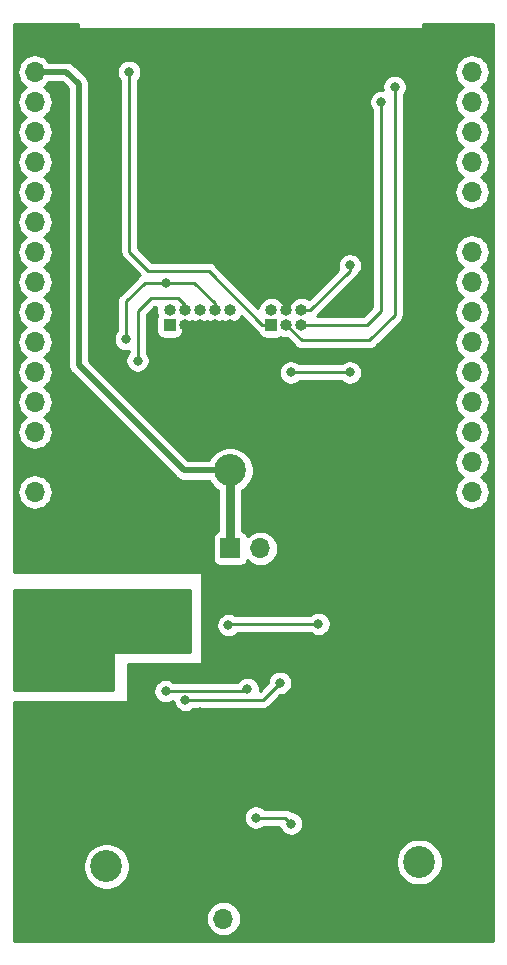
<source format=gbr>
G04 #@! TF.GenerationSoftware,KiCad,Pcbnew,(5.1.2)-2*
G04 #@! TF.CreationDate,2019-10-16T12:38:49+08:00*
G04 #@! TF.ProjectId,ESP32-Solar-Battery,45535033-322d-4536-9f6c-61722d426174,rev?*
G04 #@! TF.SameCoordinates,Original*
G04 #@! TF.FileFunction,Copper,L2,Bot*
G04 #@! TF.FilePolarity,Positive*
%FSLAX46Y46*%
G04 Gerber Fmt 4.6, Leading zero omitted, Abs format (unit mm)*
G04 Created by KiCad (PCBNEW (5.1.2)-2) date 2019-10-16 12:38:49*
%MOMM*%
%LPD*%
G04 APERTURE LIST*
%ADD10O,1.000000X1.000000*%
%ADD11R,1.000000X1.000000*%
%ADD12O,1.700000X1.700000*%
%ADD13R,1.700000X1.700000*%
%ADD14C,2.700000*%
%ADD15C,0.100000*%
%ADD16C,0.800000*%
%ADD17C,0.250000*%
%ADD18C,0.500000*%
%ADD19C,0.800000*%
%ADD20C,0.254000*%
G04 APERTURE END LIST*
D10*
X123480000Y-85930000D03*
X123480000Y-87200000D03*
X122210000Y-85930000D03*
X122210000Y-87200000D03*
X120940000Y-85930000D03*
X120940000Y-87200000D03*
X119670000Y-85930000D03*
X119670000Y-87200000D03*
X118400000Y-85930000D03*
D11*
X118400000Y-87200000D03*
D10*
X129570000Y-85930000D03*
X129570000Y-87200000D03*
X128300000Y-85930000D03*
X128300000Y-87200000D03*
X127030000Y-85930000D03*
D11*
X127030000Y-87200000D03*
D12*
X144000000Y-101331380D03*
X144000000Y-98791380D03*
X144000000Y-96251380D03*
X144000000Y-93711380D03*
X144000000Y-91171380D03*
X144000000Y-88631380D03*
X144000000Y-86091380D03*
X144000000Y-83551380D03*
X144000000Y-81011380D03*
X144000000Y-78471380D03*
X144000000Y-75931380D03*
X144000000Y-73391380D03*
X144000000Y-70851380D03*
X144000000Y-68311380D03*
X144000000Y-65771380D03*
D13*
X144000000Y-63231380D03*
D12*
X107000000Y-101331380D03*
X107000000Y-98791380D03*
X107000000Y-96251380D03*
X107000000Y-93711380D03*
X107000000Y-91171380D03*
X107000000Y-88631380D03*
X107000000Y-86091380D03*
X107000000Y-83551380D03*
X107000000Y-81011380D03*
X107000000Y-78471380D03*
X107000000Y-75931380D03*
X107000000Y-73391380D03*
X107000000Y-70851380D03*
X107000000Y-68311380D03*
X107000000Y-65771380D03*
D13*
X107000000Y-63231380D03*
D14*
X123540000Y-99500000D03*
D15*
G36*
X128624503Y-98151204D02*
G01*
X128648772Y-98154804D01*
X128672570Y-98160765D01*
X128695670Y-98169030D01*
X128717849Y-98179520D01*
X128738892Y-98192133D01*
X128758598Y-98206748D01*
X128776776Y-98223224D01*
X128793252Y-98241402D01*
X128807867Y-98261108D01*
X128820480Y-98282151D01*
X128830970Y-98304330D01*
X128839235Y-98327430D01*
X128845196Y-98351228D01*
X128848796Y-98375497D01*
X128850000Y-98400001D01*
X128850000Y-100599999D01*
X128848796Y-100624503D01*
X128845196Y-100648772D01*
X128839235Y-100672570D01*
X128830970Y-100695670D01*
X128820480Y-100717849D01*
X128807867Y-100738892D01*
X128793252Y-100758598D01*
X128776776Y-100776776D01*
X128758598Y-100793252D01*
X128738892Y-100807867D01*
X128717849Y-100820480D01*
X128695670Y-100830970D01*
X128672570Y-100839235D01*
X128648772Y-100845196D01*
X128624503Y-100848796D01*
X128599999Y-100850000D01*
X126400001Y-100850000D01*
X126375497Y-100848796D01*
X126351228Y-100845196D01*
X126327430Y-100839235D01*
X126304330Y-100830970D01*
X126282151Y-100820480D01*
X126261108Y-100807867D01*
X126241402Y-100793252D01*
X126223224Y-100776776D01*
X126206748Y-100758598D01*
X126192133Y-100738892D01*
X126179520Y-100717849D01*
X126169030Y-100695670D01*
X126160765Y-100672570D01*
X126154804Y-100648772D01*
X126151204Y-100624503D01*
X126150000Y-100599999D01*
X126150000Y-98400001D01*
X126151204Y-98375497D01*
X126154804Y-98351228D01*
X126160765Y-98327430D01*
X126169030Y-98304330D01*
X126179520Y-98282151D01*
X126192133Y-98261108D01*
X126206748Y-98241402D01*
X126223224Y-98223224D01*
X126241402Y-98206748D01*
X126261108Y-98192133D01*
X126282151Y-98179520D01*
X126304330Y-98169030D01*
X126327430Y-98160765D01*
X126351228Y-98154804D01*
X126375497Y-98151204D01*
X126400001Y-98150000D01*
X128599999Y-98150000D01*
X128624503Y-98151204D01*
X128624503Y-98151204D01*
G37*
D14*
X127500000Y-99500000D03*
X139532500Y-132656580D03*
D15*
G36*
X136697003Y-131307784D02*
G01*
X136721272Y-131311384D01*
X136745070Y-131317345D01*
X136768170Y-131325610D01*
X136790349Y-131336100D01*
X136811392Y-131348713D01*
X136831098Y-131363328D01*
X136849276Y-131379804D01*
X136865752Y-131397982D01*
X136880367Y-131417688D01*
X136892980Y-131438731D01*
X136903470Y-131460910D01*
X136911735Y-131484010D01*
X136917696Y-131507808D01*
X136921296Y-131532077D01*
X136922500Y-131556581D01*
X136922500Y-133756579D01*
X136921296Y-133781083D01*
X136917696Y-133805352D01*
X136911735Y-133829150D01*
X136903470Y-133852250D01*
X136892980Y-133874429D01*
X136880367Y-133895472D01*
X136865752Y-133915178D01*
X136849276Y-133933356D01*
X136831098Y-133949832D01*
X136811392Y-133964447D01*
X136790349Y-133977060D01*
X136768170Y-133987550D01*
X136745070Y-133995815D01*
X136721272Y-134001776D01*
X136697003Y-134005376D01*
X136672499Y-134006580D01*
X134472501Y-134006580D01*
X134447997Y-134005376D01*
X134423728Y-134001776D01*
X134399930Y-133995815D01*
X134376830Y-133987550D01*
X134354651Y-133977060D01*
X134333608Y-133964447D01*
X134313902Y-133949832D01*
X134295724Y-133933356D01*
X134279248Y-133915178D01*
X134264633Y-133895472D01*
X134252020Y-133874429D01*
X134241530Y-133852250D01*
X134233265Y-133829150D01*
X134227304Y-133805352D01*
X134223704Y-133781083D01*
X134222500Y-133756579D01*
X134222500Y-131556581D01*
X134223704Y-131532077D01*
X134227304Y-131507808D01*
X134233265Y-131484010D01*
X134241530Y-131460910D01*
X134252020Y-131438731D01*
X134264633Y-131417688D01*
X134279248Y-131397982D01*
X134295724Y-131379804D01*
X134313902Y-131363328D01*
X134333608Y-131348713D01*
X134354651Y-131336100D01*
X134376830Y-131325610D01*
X134399930Y-131317345D01*
X134423728Y-131311384D01*
X134447997Y-131307784D01*
X134472501Y-131306580D01*
X136672499Y-131306580D01*
X136697003Y-131307784D01*
X136697003Y-131307784D01*
G37*
D14*
X135572500Y-132656580D03*
D12*
X122948700Y-137452100D03*
D13*
X125488700Y-137452100D03*
D12*
X126080000Y-106100000D03*
D13*
X123540000Y-106100000D03*
D14*
X113060480Y-133032500D03*
D15*
G36*
X110224983Y-131683704D02*
G01*
X110249252Y-131687304D01*
X110273050Y-131693265D01*
X110296150Y-131701530D01*
X110318329Y-131712020D01*
X110339372Y-131724633D01*
X110359078Y-131739248D01*
X110377256Y-131755724D01*
X110393732Y-131773902D01*
X110408347Y-131793608D01*
X110420960Y-131814651D01*
X110431450Y-131836830D01*
X110439715Y-131859930D01*
X110445676Y-131883728D01*
X110449276Y-131907997D01*
X110450480Y-131932501D01*
X110450480Y-134132499D01*
X110449276Y-134157003D01*
X110445676Y-134181272D01*
X110439715Y-134205070D01*
X110431450Y-134228170D01*
X110420960Y-134250349D01*
X110408347Y-134271392D01*
X110393732Y-134291098D01*
X110377256Y-134309276D01*
X110359078Y-134325752D01*
X110339372Y-134340367D01*
X110318329Y-134352980D01*
X110296150Y-134363470D01*
X110273050Y-134371735D01*
X110249252Y-134377696D01*
X110224983Y-134381296D01*
X110200479Y-134382500D01*
X108000481Y-134382500D01*
X107975977Y-134381296D01*
X107951708Y-134377696D01*
X107927910Y-134371735D01*
X107904810Y-134363470D01*
X107882631Y-134352980D01*
X107861588Y-134340367D01*
X107841882Y-134325752D01*
X107823704Y-134309276D01*
X107807228Y-134291098D01*
X107792613Y-134271392D01*
X107780000Y-134250349D01*
X107769510Y-134228170D01*
X107761245Y-134205070D01*
X107755284Y-134181272D01*
X107751684Y-134157003D01*
X107750480Y-134132499D01*
X107750480Y-131932501D01*
X107751684Y-131907997D01*
X107755284Y-131883728D01*
X107761245Y-131859930D01*
X107769510Y-131836830D01*
X107780000Y-131814651D01*
X107792613Y-131793608D01*
X107807228Y-131773902D01*
X107823704Y-131755724D01*
X107841882Y-131739248D01*
X107861588Y-131724633D01*
X107882631Y-131712020D01*
X107904810Y-131701530D01*
X107927910Y-131693265D01*
X107951708Y-131687304D01*
X107975977Y-131683704D01*
X108000481Y-131682500D01*
X110200479Y-131682500D01*
X110224983Y-131683704D01*
X110224983Y-131683704D01*
G37*
D14*
X109100480Y-133032500D03*
D16*
X118000000Y-128000000D03*
X118000000Y-126000000D03*
X118000000Y-130000000D03*
X118000000Y-132000000D03*
X116000000Y-132000000D03*
X116000000Y-130000000D03*
X120000000Y-130000000D03*
X121000000Y-128000000D03*
X122000000Y-127000000D03*
X113000000Y-128000000D03*
X113000000Y-126000000D03*
X113000000Y-124000000D03*
X111000000Y-124000000D03*
X111000000Y-126000000D03*
X111000000Y-122000000D03*
X106000000Y-124000000D03*
X106000000Y-126000000D03*
X106000000Y-128000000D03*
X106000000Y-130000000D03*
X106000000Y-132000000D03*
X106000000Y-134000000D03*
X106000000Y-136000000D03*
X106000000Y-138000000D03*
X109500000Y-69000000D03*
X109500000Y-70000000D03*
X109000000Y-62500000D03*
X110500000Y-62500000D03*
X109000000Y-64000000D03*
X111500000Y-95000000D03*
X110000000Y-95000000D03*
X111500000Y-93500000D03*
X114000000Y-91500000D03*
X110000000Y-96500000D03*
X120000000Y-63000000D03*
X122000000Y-63000000D03*
X124000000Y-63000000D03*
X126000000Y-63000000D03*
X128000000Y-63000000D03*
X130000000Y-63000000D03*
X120000000Y-65000000D03*
X120000000Y-67000000D03*
X120000000Y-69000000D03*
X120000000Y-71000000D03*
X120000000Y-73000000D03*
X120000000Y-75000000D03*
X120000000Y-77000000D03*
X122000000Y-65000000D03*
X124000000Y-65000000D03*
X126000000Y-65000000D03*
X128000000Y-65000000D03*
X130000000Y-65000000D03*
X122000000Y-67000000D03*
X124000000Y-67000000D03*
X126000000Y-67000000D03*
X128000000Y-67000000D03*
X130000000Y-67000000D03*
X122000000Y-75000000D03*
X124000000Y-75000000D03*
X126000000Y-75000000D03*
X128000000Y-75000000D03*
X130000000Y-75000000D03*
X122000000Y-77000000D03*
X124000000Y-77000000D03*
X126000000Y-77000000D03*
X128000000Y-77000000D03*
X130000000Y-77000000D03*
X128000000Y-69000000D03*
X130000000Y-69000000D03*
X128000000Y-71000000D03*
X130000000Y-71000000D03*
X128000000Y-73000000D03*
X130000000Y-73000000D03*
X137000000Y-63000000D03*
X139000000Y-63000000D03*
X141000000Y-63000000D03*
X139000000Y-73000000D03*
X140000000Y-74000000D03*
X141000000Y-75000000D03*
X136000000Y-92000000D03*
X136000000Y-93500000D03*
X138000000Y-94000000D03*
X138000000Y-95500000D03*
X140000000Y-96000000D03*
X140000000Y-97500000D03*
X117000000Y-93000000D03*
X119000000Y-93000000D03*
X117000000Y-95000000D03*
X119000000Y-95000000D03*
X119000000Y-97000000D03*
X121000000Y-97000000D03*
X121000000Y-95000000D03*
X125000000Y-95000000D03*
X127000000Y-95000000D03*
X129000000Y-95000000D03*
X131000000Y-95000000D03*
X133000000Y-95000000D03*
X128000000Y-93000000D03*
X127000000Y-97000000D03*
X125000000Y-97000000D03*
X129000000Y-97000000D03*
X131000000Y-97000000D03*
X133000000Y-97000000D03*
X133000000Y-99000000D03*
X131000000Y-99000000D03*
X131000000Y-101000000D03*
X133000000Y-101000000D03*
X135000000Y-101000000D03*
X135000000Y-99000000D03*
X137000000Y-101000000D03*
X137000000Y-103000000D03*
X139000000Y-103000000D03*
X135000000Y-103000000D03*
X133000000Y-103000000D03*
X131000000Y-103000000D03*
X133000000Y-105000000D03*
X135000000Y-105000000D03*
X137000000Y-105000000D03*
X139000000Y-105000000D03*
X141000000Y-105000000D03*
X143000000Y-105000000D03*
X145000000Y-105000000D03*
X141000000Y-107000000D03*
X143000000Y-107000000D03*
X145000000Y-107000000D03*
X141000000Y-109000000D03*
X143000000Y-109000000D03*
X145000000Y-109000000D03*
X141000000Y-111000000D03*
X143000000Y-111000000D03*
X145000000Y-111000000D03*
X141000000Y-113000000D03*
X143000000Y-113000000D03*
X145000000Y-113000000D03*
X141000000Y-115000000D03*
X143000000Y-115000000D03*
X145000000Y-115000000D03*
X141000000Y-117000000D03*
X143000000Y-117000000D03*
X145000000Y-117000000D03*
X141000000Y-119000000D03*
X143000000Y-119000000D03*
X145000000Y-119000000D03*
X141000000Y-121000000D03*
X143000000Y-121000000D03*
X145000000Y-121000000D03*
X141000000Y-123000000D03*
X143000000Y-123000000D03*
X145000000Y-123000000D03*
X141000000Y-125000000D03*
X143000000Y-125000000D03*
X145000000Y-125000000D03*
X141000000Y-127000000D03*
X143000000Y-127000000D03*
X145000000Y-127000000D03*
X141000000Y-129000000D03*
X143000000Y-129000000D03*
X145000000Y-129000000D03*
X143000000Y-131000000D03*
X145000000Y-131000000D03*
X143000000Y-133000000D03*
X145000000Y-133000000D03*
X143000000Y-135000000D03*
X145000000Y-135000000D03*
X143000000Y-137000000D03*
X145000000Y-137000000D03*
X145000000Y-139000000D03*
X143000000Y-139000000D03*
X141000000Y-137000000D03*
X139000000Y-137000000D03*
X137000000Y-137000000D03*
X135000000Y-137000000D03*
X133000000Y-137000000D03*
X131000000Y-137000000D03*
X129000000Y-137000000D03*
X129000000Y-139000000D03*
X131000000Y-139000000D03*
X133000000Y-139000000D03*
X135000000Y-139000000D03*
X137000000Y-139000000D03*
X139000000Y-139000000D03*
X141000000Y-139000000D03*
X131000000Y-135000000D03*
X133000000Y-135000000D03*
X131000000Y-133000000D03*
X131000000Y-131000000D03*
X133000000Y-131000000D03*
X133000000Y-133000000D03*
X131000000Y-129000000D03*
X131000000Y-127000000D03*
X133000000Y-127000000D03*
X133000000Y-129000000D03*
X135000000Y-127000000D03*
X133000000Y-125000000D03*
X116000000Y-135000000D03*
X116000000Y-137000000D03*
X116000000Y-139000000D03*
X118000000Y-139000000D03*
X118000000Y-137000000D03*
X118000000Y-135000000D03*
X120000000Y-135000000D03*
X120000000Y-137000000D03*
X120000000Y-139000000D03*
X113000000Y-137000000D03*
X111000000Y-137000000D03*
X109000000Y-137000000D03*
X109000000Y-139000000D03*
X111000000Y-139000000D03*
X113000000Y-139000000D03*
X126000000Y-121000000D03*
X128000000Y-121000000D03*
X126000000Y-123000000D03*
X126000000Y-125000000D03*
X118000000Y-120000000D03*
X121000000Y-120000000D03*
X127000000Y-114000000D03*
X127000000Y-116000000D03*
X127000000Y-111000000D03*
X122000000Y-111000000D03*
X131000000Y-111000000D03*
X133000000Y-111000000D03*
X135000000Y-112000000D03*
X137000000Y-114000000D03*
X113000000Y-98000000D03*
X115000000Y-98000000D03*
X115000000Y-100000000D03*
X117000000Y-100000000D03*
X117000000Y-102000000D03*
X119000000Y-102000000D03*
X121000000Y-104000000D03*
X115000000Y-102000000D03*
X113000000Y-102000000D03*
X113000000Y-100000000D03*
X111000000Y-100000000D03*
X111000000Y-102000000D03*
X109000000Y-103000000D03*
X109000000Y-105000000D03*
X107000000Y-105000000D03*
X106000000Y-107000000D03*
X106000000Y-103000000D03*
X118072320Y-118200860D03*
X125000000Y-118000000D03*
X125700000Y-128900000D03*
X128700000Y-129400000D03*
X131000000Y-112500000D03*
X123390320Y-112609680D03*
X133660000Y-91210000D03*
X128670000Y-91210000D03*
X106250000Y-110000000D03*
X106000000Y-114000000D03*
X106000000Y-116000000D03*
X108000000Y-116000000D03*
X108000000Y-114000000D03*
X107500000Y-110000000D03*
X110750000Y-110000000D03*
X110750000Y-114000000D03*
X110000000Y-116000000D03*
X112000000Y-116000000D03*
X111750000Y-110000000D03*
X113750000Y-110000000D03*
X117750000Y-110000000D03*
X118750000Y-110000000D03*
X110750000Y-112000000D03*
X108500000Y-113000000D03*
X107500000Y-113000000D03*
X107000000Y-115000000D03*
X109000000Y-115000000D03*
X112750000Y-114500000D03*
X113000000Y-117000000D03*
X111000000Y-117000000D03*
X107000000Y-117000000D03*
X119750000Y-110000000D03*
X119750000Y-111000000D03*
X119750000Y-112000000D03*
X119750000Y-113000000D03*
X119750000Y-114000000D03*
X118750000Y-114500000D03*
X117750000Y-114500000D03*
X116750000Y-114500000D03*
X115750000Y-114500000D03*
X114750000Y-114500000D03*
X113750000Y-114500000D03*
X111750000Y-114500000D03*
X116750000Y-110000000D03*
X115750000Y-110000000D03*
X114750000Y-110000000D03*
X112750000Y-110000000D03*
X110750000Y-111000000D03*
X110750000Y-113000000D03*
X109750000Y-110000000D03*
X108750000Y-110000000D03*
X106250000Y-111000000D03*
X106250000Y-112000000D03*
X109500000Y-113000000D03*
X119750000Y-118925860D03*
X127750000Y-117500000D03*
X114971380Y-65771380D03*
X133660000Y-82140000D03*
X136341382Y-68311380D03*
X137458620Y-67041380D03*
X118100000Y-83600000D03*
X114700000Y-88400000D03*
X115700000Y-90200000D03*
D17*
X118072320Y-118200860D02*
X124799140Y-118200860D01*
X124799140Y-118200860D02*
X125000000Y-118000000D01*
X125700000Y-128900000D02*
X128200000Y-128900000D01*
X128200000Y-128900000D02*
X128700000Y-129400000D01*
X123500000Y-112500000D02*
X123390320Y-112609680D01*
X131000000Y-112500000D02*
X123500000Y-112500000D01*
D18*
X119600000Y-99500000D02*
X123540000Y-99500000D01*
X110700000Y-90600000D02*
X119600000Y-99500000D01*
X110700000Y-66800000D02*
X110700000Y-90600000D01*
X107000000Y-65771380D02*
X109671380Y-65771380D01*
X109671380Y-65771380D02*
X110700000Y-66800000D01*
D19*
X123540000Y-99500000D02*
X123540000Y-106100000D01*
D17*
X133660000Y-91210000D02*
X128670000Y-91210000D01*
X119750000Y-118925860D02*
X126324140Y-118925860D01*
X126324140Y-118925860D02*
X127750000Y-117500000D01*
X121700000Y-82600000D02*
X126270000Y-87170000D01*
X116600000Y-82600000D02*
X121700000Y-82600000D01*
X114997237Y-80997237D02*
X116600000Y-82600000D01*
X114971380Y-65771380D02*
X114997237Y-65797237D01*
X114997237Y-65797237D02*
X114997237Y-80997237D01*
X126280000Y-87200000D02*
X127030000Y-87200000D01*
X126270000Y-87190000D02*
X126280000Y-87200000D01*
X126270000Y-87170000D02*
X126270000Y-87190000D01*
X130330000Y-85930000D02*
X129570000Y-85930000D01*
X133660000Y-82140000D02*
X133660000Y-82600000D01*
X133660000Y-82600000D02*
X130330000Y-85930000D01*
X136341382Y-68877065D02*
X136341382Y-68311380D01*
X136341382Y-85988618D02*
X136341382Y-68877065D01*
X129570000Y-87200000D02*
X135130000Y-87200000D01*
X135130000Y-87200000D02*
X136341382Y-85988618D01*
X137458620Y-67607065D02*
X137458620Y-67041380D01*
X137458620Y-86341380D02*
X137458620Y-67607065D01*
X135300000Y-88500000D02*
X137458620Y-86341380D01*
X128300000Y-87200000D02*
X129600000Y-88500000D01*
X129600000Y-88500000D02*
X135300000Y-88500000D01*
X122210000Y-85310000D02*
X122210000Y-85930000D01*
X118100000Y-83600000D02*
X120500000Y-83600000D01*
X120500000Y-83600000D02*
X122210000Y-85310000D01*
X116300000Y-83600000D02*
X118100000Y-83600000D01*
X114700000Y-88400000D02*
X114700000Y-85200000D01*
X114700000Y-85200000D02*
X116300000Y-83600000D01*
X119670000Y-85470000D02*
X119670000Y-85930000D01*
X119100000Y-84900000D02*
X119670000Y-85470000D01*
X116800000Y-84900000D02*
X119100000Y-84900000D01*
X115700000Y-90200000D02*
X115700000Y-86000000D01*
X115700000Y-86000000D02*
X116800000Y-84900000D01*
D20*
G36*
X120123000Y-114873000D02*
G01*
X113750000Y-114873000D01*
X113725224Y-114875440D01*
X113701399Y-114882667D01*
X113679443Y-114894403D01*
X113660197Y-114910197D01*
X113644403Y-114929443D01*
X113632667Y-114951399D01*
X113625440Y-114975224D01*
X113623000Y-115000000D01*
X113623000Y-118123000D01*
X105195000Y-118123000D01*
X105195000Y-109627000D01*
X120123000Y-109627000D01*
X120123000Y-114873000D01*
X120123000Y-114873000D01*
G37*
X120123000Y-114873000D02*
X113750000Y-114873000D01*
X113725224Y-114875440D01*
X113701399Y-114882667D01*
X113679443Y-114894403D01*
X113660197Y-114910197D01*
X113644403Y-114929443D01*
X113632667Y-114951399D01*
X113625440Y-114975224D01*
X113623000Y-115000000D01*
X113623000Y-118123000D01*
X105195000Y-118123000D01*
X105195000Y-109627000D01*
X120123000Y-109627000D01*
X120123000Y-114873000D01*
G36*
X110623000Y-62000000D02*
G01*
X110625440Y-62024776D01*
X110632667Y-62048601D01*
X110644403Y-62070557D01*
X110660197Y-62089803D01*
X110679443Y-62105597D01*
X110701399Y-62117333D01*
X110725224Y-62124560D01*
X110750000Y-62127000D01*
X139750000Y-62127000D01*
X139774776Y-62124560D01*
X139798601Y-62117333D01*
X139820557Y-62105597D01*
X139839803Y-62089803D01*
X139855597Y-62070557D01*
X139867333Y-62048601D01*
X139874560Y-62024776D01*
X139877000Y-62000000D01*
X139877000Y-61695000D01*
X145805000Y-61695000D01*
X145805001Y-139305000D01*
X105195000Y-139305000D01*
X105195000Y-137452100D01*
X121456515Y-137452100D01*
X121485187Y-137743211D01*
X121570101Y-138023134D01*
X121707994Y-138281114D01*
X121893566Y-138507234D01*
X122119686Y-138692806D01*
X122377666Y-138830699D01*
X122657589Y-138915613D01*
X122875750Y-138937100D01*
X123021650Y-138937100D01*
X123239811Y-138915613D01*
X123519734Y-138830699D01*
X123777714Y-138692806D01*
X124003834Y-138507234D01*
X124189406Y-138281114D01*
X124327299Y-138023134D01*
X124412213Y-137743211D01*
X124440885Y-137452100D01*
X124412213Y-137160989D01*
X124327299Y-136881066D01*
X124189406Y-136623086D01*
X124003834Y-136396966D01*
X123777714Y-136211394D01*
X123519734Y-136073501D01*
X123239811Y-135988587D01*
X123021650Y-135967100D01*
X122875750Y-135967100D01*
X122657589Y-135988587D01*
X122377666Y-136073501D01*
X122119686Y-136211394D01*
X121893566Y-136396966D01*
X121707994Y-136623086D01*
X121570101Y-136881066D01*
X121485187Y-137160989D01*
X121456515Y-137452100D01*
X105195000Y-137452100D01*
X105195000Y-132836995D01*
X111075480Y-132836995D01*
X111075480Y-133228005D01*
X111151762Y-133611503D01*
X111301395Y-133972750D01*
X111518629Y-134297864D01*
X111795116Y-134574351D01*
X112120230Y-134791585D01*
X112481477Y-134941218D01*
X112864975Y-135017500D01*
X113255985Y-135017500D01*
X113639483Y-134941218D01*
X114000730Y-134791585D01*
X114325844Y-134574351D01*
X114602331Y-134297864D01*
X114819565Y-133972750D01*
X114969198Y-133611503D01*
X115045480Y-133228005D01*
X115045480Y-132836995D01*
X114970706Y-132461075D01*
X137547500Y-132461075D01*
X137547500Y-132852085D01*
X137623782Y-133235583D01*
X137773415Y-133596830D01*
X137990649Y-133921944D01*
X138267136Y-134198431D01*
X138592250Y-134415665D01*
X138953497Y-134565298D01*
X139336995Y-134641580D01*
X139728005Y-134641580D01*
X140111503Y-134565298D01*
X140472750Y-134415665D01*
X140797864Y-134198431D01*
X141074351Y-133921944D01*
X141291585Y-133596830D01*
X141441218Y-133235583D01*
X141517500Y-132852085D01*
X141517500Y-132461075D01*
X141441218Y-132077577D01*
X141291585Y-131716330D01*
X141074351Y-131391216D01*
X140797864Y-131114729D01*
X140472750Y-130897495D01*
X140111503Y-130747862D01*
X139728005Y-130671580D01*
X139336995Y-130671580D01*
X138953497Y-130747862D01*
X138592250Y-130897495D01*
X138267136Y-131114729D01*
X137990649Y-131391216D01*
X137773415Y-131716330D01*
X137623782Y-132077577D01*
X137547500Y-132461075D01*
X114970706Y-132461075D01*
X114969198Y-132453497D01*
X114819565Y-132092250D01*
X114602331Y-131767136D01*
X114325844Y-131490649D01*
X114000730Y-131273415D01*
X113639483Y-131123782D01*
X113255985Y-131047500D01*
X112864975Y-131047500D01*
X112481477Y-131123782D01*
X112120230Y-131273415D01*
X111795116Y-131490649D01*
X111518629Y-131767136D01*
X111301395Y-132092250D01*
X111151762Y-132453497D01*
X111075480Y-132836995D01*
X105195000Y-132836995D01*
X105195000Y-128798061D01*
X124665000Y-128798061D01*
X124665000Y-129001939D01*
X124704774Y-129201898D01*
X124782795Y-129390256D01*
X124896063Y-129559774D01*
X125040226Y-129703937D01*
X125209744Y-129817205D01*
X125398102Y-129895226D01*
X125598061Y-129935000D01*
X125801939Y-129935000D01*
X126001898Y-129895226D01*
X126190256Y-129817205D01*
X126359774Y-129703937D01*
X126403711Y-129660000D01*
X127696440Y-129660000D01*
X127704774Y-129701898D01*
X127782795Y-129890256D01*
X127896063Y-130059774D01*
X128040226Y-130203937D01*
X128209744Y-130317205D01*
X128398102Y-130395226D01*
X128598061Y-130435000D01*
X128801939Y-130435000D01*
X129001898Y-130395226D01*
X129190256Y-130317205D01*
X129359774Y-130203937D01*
X129503937Y-130059774D01*
X129617205Y-129890256D01*
X129695226Y-129701898D01*
X129735000Y-129501939D01*
X129735000Y-129298061D01*
X129695226Y-129098102D01*
X129617205Y-128909744D01*
X129503937Y-128740226D01*
X129359774Y-128596063D01*
X129190256Y-128482795D01*
X129001898Y-128404774D01*
X128801939Y-128365000D01*
X128744105Y-128365000D01*
X128740001Y-128359999D01*
X128624276Y-128265026D01*
X128492247Y-128194454D01*
X128348986Y-128150997D01*
X128237333Y-128140000D01*
X128237322Y-128140000D01*
X128200000Y-128136324D01*
X128162678Y-128140000D01*
X126403711Y-128140000D01*
X126359774Y-128096063D01*
X126190256Y-127982795D01*
X126001898Y-127904774D01*
X125801939Y-127865000D01*
X125598061Y-127865000D01*
X125398102Y-127904774D01*
X125209744Y-127982795D01*
X125040226Y-128096063D01*
X124896063Y-128240226D01*
X124782795Y-128409744D01*
X124704774Y-128598102D01*
X124665000Y-128798061D01*
X105195000Y-128798061D01*
X105195000Y-119127000D01*
X114750000Y-119127000D01*
X114774776Y-119124560D01*
X114798601Y-119117333D01*
X114820557Y-119105597D01*
X114839803Y-119089803D01*
X114855597Y-119070557D01*
X114867333Y-119048601D01*
X114874560Y-119024776D01*
X114877000Y-119000000D01*
X114877000Y-118098921D01*
X117037320Y-118098921D01*
X117037320Y-118302799D01*
X117077094Y-118502758D01*
X117155115Y-118691116D01*
X117268383Y-118860634D01*
X117412546Y-119004797D01*
X117582064Y-119118065D01*
X117770422Y-119196086D01*
X117970381Y-119235860D01*
X118174259Y-119235860D01*
X118374218Y-119196086D01*
X118562576Y-119118065D01*
X118715000Y-119016219D01*
X118715000Y-119027799D01*
X118754774Y-119227758D01*
X118832795Y-119416116D01*
X118946063Y-119585634D01*
X119090226Y-119729797D01*
X119259744Y-119843065D01*
X119448102Y-119921086D01*
X119648061Y-119960860D01*
X119851939Y-119960860D01*
X120051898Y-119921086D01*
X120240256Y-119843065D01*
X120409774Y-119729797D01*
X120453711Y-119685860D01*
X126286818Y-119685860D01*
X126324140Y-119689536D01*
X126361462Y-119685860D01*
X126361473Y-119685860D01*
X126473126Y-119674863D01*
X126616387Y-119631406D01*
X126748416Y-119560834D01*
X126864141Y-119465861D01*
X126887944Y-119436857D01*
X127789802Y-118535000D01*
X127851939Y-118535000D01*
X128051898Y-118495226D01*
X128240256Y-118417205D01*
X128409774Y-118303937D01*
X128553937Y-118159774D01*
X128667205Y-117990256D01*
X128745226Y-117801898D01*
X128785000Y-117601939D01*
X128785000Y-117398061D01*
X128745226Y-117198102D01*
X128667205Y-117009744D01*
X128553937Y-116840226D01*
X128409774Y-116696063D01*
X128240256Y-116582795D01*
X128051898Y-116504774D01*
X127851939Y-116465000D01*
X127648061Y-116465000D01*
X127448102Y-116504774D01*
X127259744Y-116582795D01*
X127090226Y-116696063D01*
X126946063Y-116840226D01*
X126832795Y-117009744D01*
X126754774Y-117198102D01*
X126715000Y-117398061D01*
X126715000Y-117460198D01*
X126025500Y-118149699D01*
X126035000Y-118101939D01*
X126035000Y-117898061D01*
X125995226Y-117698102D01*
X125917205Y-117509744D01*
X125803937Y-117340226D01*
X125659774Y-117196063D01*
X125490256Y-117082795D01*
X125301898Y-117004774D01*
X125101939Y-116965000D01*
X124898061Y-116965000D01*
X124698102Y-117004774D01*
X124509744Y-117082795D01*
X124340226Y-117196063D01*
X124196063Y-117340226D01*
X124128822Y-117440860D01*
X118776031Y-117440860D01*
X118732094Y-117396923D01*
X118562576Y-117283655D01*
X118374218Y-117205634D01*
X118174259Y-117165860D01*
X117970381Y-117165860D01*
X117770422Y-117205634D01*
X117582064Y-117283655D01*
X117412546Y-117396923D01*
X117268383Y-117541086D01*
X117155115Y-117710604D01*
X117077094Y-117898962D01*
X117037320Y-118098921D01*
X114877000Y-118098921D01*
X114877000Y-115877000D01*
X121000000Y-115877000D01*
X121024776Y-115874560D01*
X121048601Y-115867333D01*
X121070557Y-115855597D01*
X121089803Y-115839803D01*
X121105597Y-115820557D01*
X121117333Y-115798601D01*
X121124560Y-115774776D01*
X121127000Y-115750000D01*
X121127000Y-112507741D01*
X122355320Y-112507741D01*
X122355320Y-112711619D01*
X122395094Y-112911578D01*
X122473115Y-113099936D01*
X122586383Y-113269454D01*
X122730546Y-113413617D01*
X122900064Y-113526885D01*
X123088422Y-113604906D01*
X123288381Y-113644680D01*
X123492259Y-113644680D01*
X123692218Y-113604906D01*
X123880576Y-113526885D01*
X124050094Y-113413617D01*
X124194257Y-113269454D01*
X124200574Y-113260000D01*
X130296289Y-113260000D01*
X130340226Y-113303937D01*
X130509744Y-113417205D01*
X130698102Y-113495226D01*
X130898061Y-113535000D01*
X131101939Y-113535000D01*
X131301898Y-113495226D01*
X131490256Y-113417205D01*
X131659774Y-113303937D01*
X131803937Y-113159774D01*
X131917205Y-112990256D01*
X131995226Y-112801898D01*
X132035000Y-112601939D01*
X132035000Y-112398061D01*
X131995226Y-112198102D01*
X131917205Y-112009744D01*
X131803937Y-111840226D01*
X131659774Y-111696063D01*
X131490256Y-111582795D01*
X131301898Y-111504774D01*
X131101939Y-111465000D01*
X130898061Y-111465000D01*
X130698102Y-111504774D01*
X130509744Y-111582795D01*
X130340226Y-111696063D01*
X130296289Y-111740000D01*
X123951702Y-111740000D01*
X123880576Y-111692475D01*
X123692218Y-111614454D01*
X123492259Y-111574680D01*
X123288381Y-111574680D01*
X123088422Y-111614454D01*
X122900064Y-111692475D01*
X122730546Y-111805743D01*
X122586383Y-111949906D01*
X122473115Y-112119424D01*
X122395094Y-112307782D01*
X122355320Y-112507741D01*
X121127000Y-112507741D01*
X121127000Y-108250000D01*
X121124560Y-108225224D01*
X121117333Y-108201399D01*
X121105597Y-108179443D01*
X121089803Y-108160197D01*
X121070557Y-108144403D01*
X121048601Y-108132667D01*
X121024776Y-108125440D01*
X121000000Y-108123000D01*
X105195000Y-108123000D01*
X105195000Y-101331380D01*
X105507815Y-101331380D01*
X105536487Y-101622491D01*
X105621401Y-101902414D01*
X105759294Y-102160394D01*
X105944866Y-102386514D01*
X106170986Y-102572086D01*
X106428966Y-102709979D01*
X106708889Y-102794893D01*
X106927050Y-102816380D01*
X107072950Y-102816380D01*
X107291111Y-102794893D01*
X107571034Y-102709979D01*
X107829014Y-102572086D01*
X108055134Y-102386514D01*
X108240706Y-102160394D01*
X108378599Y-101902414D01*
X108463513Y-101622491D01*
X108492185Y-101331380D01*
X108463513Y-101040269D01*
X108378599Y-100760346D01*
X108240706Y-100502366D01*
X108055134Y-100276246D01*
X107829014Y-100090674D01*
X107571034Y-99952781D01*
X107291111Y-99867867D01*
X107072950Y-99846380D01*
X106927050Y-99846380D01*
X106708889Y-99867867D01*
X106428966Y-99952781D01*
X106170986Y-100090674D01*
X105944866Y-100276246D01*
X105759294Y-100502366D01*
X105621401Y-100760346D01*
X105536487Y-101040269D01*
X105507815Y-101331380D01*
X105195000Y-101331380D01*
X105195000Y-65771380D01*
X105507815Y-65771380D01*
X105536487Y-66062491D01*
X105621401Y-66342414D01*
X105759294Y-66600394D01*
X105944866Y-66826514D01*
X106170986Y-67012086D01*
X106225791Y-67041380D01*
X106170986Y-67070674D01*
X105944866Y-67256246D01*
X105759294Y-67482366D01*
X105621401Y-67740346D01*
X105536487Y-68020269D01*
X105507815Y-68311380D01*
X105536487Y-68602491D01*
X105621401Y-68882414D01*
X105759294Y-69140394D01*
X105944866Y-69366514D01*
X106170986Y-69552086D01*
X106225791Y-69581380D01*
X106170986Y-69610674D01*
X105944866Y-69796246D01*
X105759294Y-70022366D01*
X105621401Y-70280346D01*
X105536487Y-70560269D01*
X105507815Y-70851380D01*
X105536487Y-71142491D01*
X105621401Y-71422414D01*
X105759294Y-71680394D01*
X105944866Y-71906514D01*
X106170986Y-72092086D01*
X106225791Y-72121380D01*
X106170986Y-72150674D01*
X105944866Y-72336246D01*
X105759294Y-72562366D01*
X105621401Y-72820346D01*
X105536487Y-73100269D01*
X105507815Y-73391380D01*
X105536487Y-73682491D01*
X105621401Y-73962414D01*
X105759294Y-74220394D01*
X105944866Y-74446514D01*
X106170986Y-74632086D01*
X106225791Y-74661380D01*
X106170986Y-74690674D01*
X105944866Y-74876246D01*
X105759294Y-75102366D01*
X105621401Y-75360346D01*
X105536487Y-75640269D01*
X105507815Y-75931380D01*
X105536487Y-76222491D01*
X105621401Y-76502414D01*
X105759294Y-76760394D01*
X105944866Y-76986514D01*
X106170986Y-77172086D01*
X106225791Y-77201380D01*
X106170986Y-77230674D01*
X105944866Y-77416246D01*
X105759294Y-77642366D01*
X105621401Y-77900346D01*
X105536487Y-78180269D01*
X105507815Y-78471380D01*
X105536487Y-78762491D01*
X105621401Y-79042414D01*
X105759294Y-79300394D01*
X105944866Y-79526514D01*
X106170986Y-79712086D01*
X106225791Y-79741380D01*
X106170986Y-79770674D01*
X105944866Y-79956246D01*
X105759294Y-80182366D01*
X105621401Y-80440346D01*
X105536487Y-80720269D01*
X105507815Y-81011380D01*
X105536487Y-81302491D01*
X105621401Y-81582414D01*
X105759294Y-81840394D01*
X105944866Y-82066514D01*
X106170986Y-82252086D01*
X106225791Y-82281380D01*
X106170986Y-82310674D01*
X105944866Y-82496246D01*
X105759294Y-82722366D01*
X105621401Y-82980346D01*
X105536487Y-83260269D01*
X105507815Y-83551380D01*
X105536487Y-83842491D01*
X105621401Y-84122414D01*
X105759294Y-84380394D01*
X105944866Y-84606514D01*
X106170986Y-84792086D01*
X106225791Y-84821380D01*
X106170986Y-84850674D01*
X105944866Y-85036246D01*
X105759294Y-85262366D01*
X105621401Y-85520346D01*
X105536487Y-85800269D01*
X105507815Y-86091380D01*
X105536487Y-86382491D01*
X105621401Y-86662414D01*
X105759294Y-86920394D01*
X105944866Y-87146514D01*
X106170986Y-87332086D01*
X106225791Y-87361380D01*
X106170986Y-87390674D01*
X105944866Y-87576246D01*
X105759294Y-87802366D01*
X105621401Y-88060346D01*
X105536487Y-88340269D01*
X105507815Y-88631380D01*
X105536487Y-88922491D01*
X105621401Y-89202414D01*
X105759294Y-89460394D01*
X105944866Y-89686514D01*
X106170986Y-89872086D01*
X106225791Y-89901380D01*
X106170986Y-89930674D01*
X105944866Y-90116246D01*
X105759294Y-90342366D01*
X105621401Y-90600346D01*
X105536487Y-90880269D01*
X105507815Y-91171380D01*
X105536487Y-91462491D01*
X105621401Y-91742414D01*
X105759294Y-92000394D01*
X105944866Y-92226514D01*
X106170986Y-92412086D01*
X106225791Y-92441380D01*
X106170986Y-92470674D01*
X105944866Y-92656246D01*
X105759294Y-92882366D01*
X105621401Y-93140346D01*
X105536487Y-93420269D01*
X105507815Y-93711380D01*
X105536487Y-94002491D01*
X105621401Y-94282414D01*
X105759294Y-94540394D01*
X105944866Y-94766514D01*
X106170986Y-94952086D01*
X106225791Y-94981380D01*
X106170986Y-95010674D01*
X105944866Y-95196246D01*
X105759294Y-95422366D01*
X105621401Y-95680346D01*
X105536487Y-95960269D01*
X105507815Y-96251380D01*
X105536487Y-96542491D01*
X105621401Y-96822414D01*
X105759294Y-97080394D01*
X105944866Y-97306514D01*
X106170986Y-97492086D01*
X106428966Y-97629979D01*
X106708889Y-97714893D01*
X106927050Y-97736380D01*
X107072950Y-97736380D01*
X107291111Y-97714893D01*
X107571034Y-97629979D01*
X107829014Y-97492086D01*
X108055134Y-97306514D01*
X108240706Y-97080394D01*
X108378599Y-96822414D01*
X108463513Y-96542491D01*
X108492185Y-96251380D01*
X108463513Y-95960269D01*
X108378599Y-95680346D01*
X108240706Y-95422366D01*
X108055134Y-95196246D01*
X107829014Y-95010674D01*
X107774209Y-94981380D01*
X107829014Y-94952086D01*
X108055134Y-94766514D01*
X108240706Y-94540394D01*
X108378599Y-94282414D01*
X108463513Y-94002491D01*
X108492185Y-93711380D01*
X108463513Y-93420269D01*
X108378599Y-93140346D01*
X108240706Y-92882366D01*
X108055134Y-92656246D01*
X107829014Y-92470674D01*
X107774209Y-92441380D01*
X107829014Y-92412086D01*
X108055134Y-92226514D01*
X108240706Y-92000394D01*
X108378599Y-91742414D01*
X108463513Y-91462491D01*
X108492185Y-91171380D01*
X108463513Y-90880269D01*
X108378599Y-90600346D01*
X108240706Y-90342366D01*
X108055134Y-90116246D01*
X107829014Y-89930674D01*
X107774209Y-89901380D01*
X107829014Y-89872086D01*
X108055134Y-89686514D01*
X108240706Y-89460394D01*
X108378599Y-89202414D01*
X108463513Y-88922491D01*
X108492185Y-88631380D01*
X108463513Y-88340269D01*
X108378599Y-88060346D01*
X108240706Y-87802366D01*
X108055134Y-87576246D01*
X107829014Y-87390674D01*
X107774209Y-87361380D01*
X107829014Y-87332086D01*
X108055134Y-87146514D01*
X108240706Y-86920394D01*
X108378599Y-86662414D01*
X108463513Y-86382491D01*
X108492185Y-86091380D01*
X108463513Y-85800269D01*
X108378599Y-85520346D01*
X108240706Y-85262366D01*
X108055134Y-85036246D01*
X107829014Y-84850674D01*
X107774209Y-84821380D01*
X107829014Y-84792086D01*
X108055134Y-84606514D01*
X108240706Y-84380394D01*
X108378599Y-84122414D01*
X108463513Y-83842491D01*
X108492185Y-83551380D01*
X108463513Y-83260269D01*
X108378599Y-82980346D01*
X108240706Y-82722366D01*
X108055134Y-82496246D01*
X107829014Y-82310674D01*
X107774209Y-82281380D01*
X107829014Y-82252086D01*
X108055134Y-82066514D01*
X108240706Y-81840394D01*
X108378599Y-81582414D01*
X108463513Y-81302491D01*
X108492185Y-81011380D01*
X108463513Y-80720269D01*
X108378599Y-80440346D01*
X108240706Y-80182366D01*
X108055134Y-79956246D01*
X107829014Y-79770674D01*
X107774209Y-79741380D01*
X107829014Y-79712086D01*
X108055134Y-79526514D01*
X108240706Y-79300394D01*
X108378599Y-79042414D01*
X108463513Y-78762491D01*
X108492185Y-78471380D01*
X108463513Y-78180269D01*
X108378599Y-77900346D01*
X108240706Y-77642366D01*
X108055134Y-77416246D01*
X107829014Y-77230674D01*
X107774209Y-77201380D01*
X107829014Y-77172086D01*
X108055134Y-76986514D01*
X108240706Y-76760394D01*
X108378599Y-76502414D01*
X108463513Y-76222491D01*
X108492185Y-75931380D01*
X108463513Y-75640269D01*
X108378599Y-75360346D01*
X108240706Y-75102366D01*
X108055134Y-74876246D01*
X107829014Y-74690674D01*
X107774209Y-74661380D01*
X107829014Y-74632086D01*
X108055134Y-74446514D01*
X108240706Y-74220394D01*
X108378599Y-73962414D01*
X108463513Y-73682491D01*
X108492185Y-73391380D01*
X108463513Y-73100269D01*
X108378599Y-72820346D01*
X108240706Y-72562366D01*
X108055134Y-72336246D01*
X107829014Y-72150674D01*
X107774209Y-72121380D01*
X107829014Y-72092086D01*
X108055134Y-71906514D01*
X108240706Y-71680394D01*
X108378599Y-71422414D01*
X108463513Y-71142491D01*
X108492185Y-70851380D01*
X108463513Y-70560269D01*
X108378599Y-70280346D01*
X108240706Y-70022366D01*
X108055134Y-69796246D01*
X107829014Y-69610674D01*
X107774209Y-69581380D01*
X107829014Y-69552086D01*
X108055134Y-69366514D01*
X108240706Y-69140394D01*
X108378599Y-68882414D01*
X108463513Y-68602491D01*
X108492185Y-68311380D01*
X108463513Y-68020269D01*
X108378599Y-67740346D01*
X108240706Y-67482366D01*
X108055134Y-67256246D01*
X107829014Y-67070674D01*
X107774209Y-67041380D01*
X107829014Y-67012086D01*
X108055134Y-66826514D01*
X108194759Y-66656380D01*
X109304802Y-66656380D01*
X109815000Y-67166579D01*
X109815001Y-90556521D01*
X109810719Y-90600000D01*
X109827805Y-90773490D01*
X109878412Y-90940313D01*
X109960590Y-91094059D01*
X110043468Y-91195046D01*
X110043471Y-91195049D01*
X110071184Y-91228817D01*
X110104952Y-91256530D01*
X118943470Y-100095049D01*
X118971183Y-100128817D01*
X119004951Y-100156530D01*
X119004953Y-100156532D01*
X119105941Y-100239411D01*
X119259687Y-100321589D01*
X119426510Y-100372195D01*
X119556523Y-100385000D01*
X119556531Y-100385000D01*
X119600000Y-100389281D01*
X119643469Y-100385000D01*
X121758030Y-100385000D01*
X121780915Y-100440250D01*
X121998149Y-100765364D01*
X122274636Y-101041851D01*
X122505000Y-101195775D01*
X122505001Y-104642546D01*
X122445820Y-104660498D01*
X122335506Y-104719463D01*
X122238815Y-104798815D01*
X122159463Y-104895506D01*
X122100498Y-105005820D01*
X122064188Y-105125518D01*
X122051928Y-105250000D01*
X122051928Y-106950000D01*
X122064188Y-107074482D01*
X122100498Y-107194180D01*
X122159463Y-107304494D01*
X122238815Y-107401185D01*
X122335506Y-107480537D01*
X122445820Y-107539502D01*
X122565518Y-107575812D01*
X122690000Y-107588072D01*
X124390000Y-107588072D01*
X124514482Y-107575812D01*
X124634180Y-107539502D01*
X124744494Y-107480537D01*
X124841185Y-107401185D01*
X124920537Y-107304494D01*
X124979502Y-107194180D01*
X125000393Y-107125313D01*
X125024866Y-107155134D01*
X125250986Y-107340706D01*
X125508966Y-107478599D01*
X125788889Y-107563513D01*
X126007050Y-107585000D01*
X126152950Y-107585000D01*
X126371111Y-107563513D01*
X126651034Y-107478599D01*
X126909014Y-107340706D01*
X127135134Y-107155134D01*
X127320706Y-106929014D01*
X127458599Y-106671034D01*
X127543513Y-106391111D01*
X127572185Y-106100000D01*
X127543513Y-105808889D01*
X127458599Y-105528966D01*
X127320706Y-105270986D01*
X127135134Y-105044866D01*
X126909014Y-104859294D01*
X126651034Y-104721401D01*
X126371111Y-104636487D01*
X126152950Y-104615000D01*
X126007050Y-104615000D01*
X125788889Y-104636487D01*
X125508966Y-104721401D01*
X125250986Y-104859294D01*
X125024866Y-105044866D01*
X125000393Y-105074687D01*
X124979502Y-105005820D01*
X124920537Y-104895506D01*
X124841185Y-104798815D01*
X124744494Y-104719463D01*
X124634180Y-104660498D01*
X124575000Y-104642546D01*
X124575000Y-101195775D01*
X124805364Y-101041851D01*
X125081851Y-100765364D01*
X125299085Y-100440250D01*
X125448718Y-100079003D01*
X125525000Y-99695505D01*
X125525000Y-99304495D01*
X125448718Y-98920997D01*
X125299085Y-98559750D01*
X125081851Y-98234636D01*
X124805364Y-97958149D01*
X124480250Y-97740915D01*
X124119003Y-97591282D01*
X123735505Y-97515000D01*
X123344495Y-97515000D01*
X122960997Y-97591282D01*
X122599750Y-97740915D01*
X122274636Y-97958149D01*
X121998149Y-98234636D01*
X121780915Y-98559750D01*
X121758030Y-98615000D01*
X119966579Y-98615000D01*
X111585000Y-90233422D01*
X111585000Y-88298061D01*
X113665000Y-88298061D01*
X113665000Y-88501939D01*
X113704774Y-88701898D01*
X113782795Y-88890256D01*
X113896063Y-89059774D01*
X114040226Y-89203937D01*
X114209744Y-89317205D01*
X114398102Y-89395226D01*
X114598061Y-89435000D01*
X114801939Y-89435000D01*
X114940000Y-89407538D01*
X114940000Y-89496289D01*
X114896063Y-89540226D01*
X114782795Y-89709744D01*
X114704774Y-89898102D01*
X114665000Y-90098061D01*
X114665000Y-90301939D01*
X114704774Y-90501898D01*
X114782795Y-90690256D01*
X114896063Y-90859774D01*
X115040226Y-91003937D01*
X115209744Y-91117205D01*
X115398102Y-91195226D01*
X115598061Y-91235000D01*
X115801939Y-91235000D01*
X116001898Y-91195226D01*
X116190256Y-91117205D01*
X116203941Y-91108061D01*
X127635000Y-91108061D01*
X127635000Y-91311939D01*
X127674774Y-91511898D01*
X127752795Y-91700256D01*
X127866063Y-91869774D01*
X128010226Y-92013937D01*
X128179744Y-92127205D01*
X128368102Y-92205226D01*
X128568061Y-92245000D01*
X128771939Y-92245000D01*
X128971898Y-92205226D01*
X129160256Y-92127205D01*
X129329774Y-92013937D01*
X129373711Y-91970000D01*
X132956289Y-91970000D01*
X133000226Y-92013937D01*
X133169744Y-92127205D01*
X133358102Y-92205226D01*
X133558061Y-92245000D01*
X133761939Y-92245000D01*
X133961898Y-92205226D01*
X134150256Y-92127205D01*
X134319774Y-92013937D01*
X134463937Y-91869774D01*
X134577205Y-91700256D01*
X134655226Y-91511898D01*
X134695000Y-91311939D01*
X134695000Y-91108061D01*
X134655226Y-90908102D01*
X134577205Y-90719744D01*
X134463937Y-90550226D01*
X134319774Y-90406063D01*
X134150256Y-90292795D01*
X133961898Y-90214774D01*
X133761939Y-90175000D01*
X133558061Y-90175000D01*
X133358102Y-90214774D01*
X133169744Y-90292795D01*
X133000226Y-90406063D01*
X132956289Y-90450000D01*
X129373711Y-90450000D01*
X129329774Y-90406063D01*
X129160256Y-90292795D01*
X128971898Y-90214774D01*
X128771939Y-90175000D01*
X128568061Y-90175000D01*
X128368102Y-90214774D01*
X128179744Y-90292795D01*
X128010226Y-90406063D01*
X127866063Y-90550226D01*
X127752795Y-90719744D01*
X127674774Y-90908102D01*
X127635000Y-91108061D01*
X116203941Y-91108061D01*
X116359774Y-91003937D01*
X116503937Y-90859774D01*
X116617205Y-90690256D01*
X116695226Y-90501898D01*
X116735000Y-90301939D01*
X116735000Y-90098061D01*
X116695226Y-89898102D01*
X116617205Y-89709744D01*
X116503937Y-89540226D01*
X116460000Y-89496289D01*
X116460000Y-86314801D01*
X117114802Y-85660000D01*
X117295832Y-85660000D01*
X117281423Y-85707501D01*
X117259509Y-85930000D01*
X117281423Y-86152499D01*
X117346324Y-86366447D01*
X117352297Y-86377621D01*
X117310498Y-86455820D01*
X117274188Y-86575518D01*
X117261928Y-86700000D01*
X117261928Y-87700000D01*
X117274188Y-87824482D01*
X117310498Y-87944180D01*
X117369463Y-88054494D01*
X117448815Y-88151185D01*
X117545506Y-88230537D01*
X117655820Y-88289502D01*
X117775518Y-88325812D01*
X117900000Y-88338072D01*
X118900000Y-88338072D01*
X119024482Y-88325812D01*
X119144180Y-88289502D01*
X119254494Y-88230537D01*
X119351185Y-88151185D01*
X119430537Y-88054494D01*
X119489502Y-87944180D01*
X119525812Y-87824482D01*
X119538072Y-87700000D01*
X119538072Y-87057497D01*
X119614248Y-87065000D01*
X119725752Y-87065000D01*
X119892499Y-87048577D01*
X120106447Y-86983676D01*
X120303623Y-86878284D01*
X120305000Y-86877154D01*
X120306377Y-86878284D01*
X120503553Y-86983676D01*
X120717501Y-87048577D01*
X120884248Y-87065000D01*
X120995752Y-87065000D01*
X121162499Y-87048577D01*
X121376447Y-86983676D01*
X121573623Y-86878284D01*
X121575000Y-86877154D01*
X121576377Y-86878284D01*
X121773553Y-86983676D01*
X121987501Y-87048577D01*
X122154248Y-87065000D01*
X122265752Y-87065000D01*
X122432499Y-87048577D01*
X122646447Y-86983676D01*
X122843623Y-86878284D01*
X122845000Y-86877154D01*
X122846377Y-86878284D01*
X123043553Y-86983676D01*
X123257501Y-87048577D01*
X123424248Y-87065000D01*
X123535752Y-87065000D01*
X123702499Y-87048577D01*
X123916447Y-86983676D01*
X124113623Y-86878284D01*
X124286449Y-86736449D01*
X124428284Y-86563623D01*
X124484203Y-86459005D01*
X125629918Y-87604720D01*
X125635026Y-87614276D01*
X125729999Y-87730001D01*
X125735491Y-87734508D01*
X125739999Y-87740001D01*
X125855724Y-87834974D01*
X125917366Y-87867923D01*
X125940498Y-87944180D01*
X125999463Y-88054494D01*
X126078815Y-88151185D01*
X126175506Y-88230537D01*
X126285820Y-88289502D01*
X126405518Y-88325812D01*
X126530000Y-88338072D01*
X127530000Y-88338072D01*
X127654482Y-88325812D01*
X127774180Y-88289502D01*
X127852379Y-88247703D01*
X127863553Y-88253676D01*
X128077501Y-88318577D01*
X128244248Y-88335000D01*
X128355752Y-88335000D01*
X128359800Y-88334601D01*
X129036201Y-89011003D01*
X129059999Y-89040001D01*
X129175724Y-89134974D01*
X129307753Y-89205546D01*
X129451014Y-89249003D01*
X129562667Y-89260000D01*
X129562675Y-89260000D01*
X129600000Y-89263676D01*
X129637325Y-89260000D01*
X135262678Y-89260000D01*
X135300000Y-89263676D01*
X135337322Y-89260000D01*
X135337333Y-89260000D01*
X135448986Y-89249003D01*
X135592247Y-89205546D01*
X135724276Y-89134974D01*
X135840001Y-89040001D01*
X135863804Y-89010997D01*
X137969624Y-86905178D01*
X137998621Y-86881381D01*
X138093594Y-86765656D01*
X138164166Y-86633627D01*
X138207623Y-86490366D01*
X138218620Y-86378713D01*
X138218620Y-86378705D01*
X138222296Y-86341380D01*
X138218620Y-86304055D01*
X138218620Y-81011380D01*
X142507815Y-81011380D01*
X142536487Y-81302491D01*
X142621401Y-81582414D01*
X142759294Y-81840394D01*
X142944866Y-82066514D01*
X143170986Y-82252086D01*
X143225791Y-82281380D01*
X143170986Y-82310674D01*
X142944866Y-82496246D01*
X142759294Y-82722366D01*
X142621401Y-82980346D01*
X142536487Y-83260269D01*
X142507815Y-83551380D01*
X142536487Y-83842491D01*
X142621401Y-84122414D01*
X142759294Y-84380394D01*
X142944866Y-84606514D01*
X143170986Y-84792086D01*
X143225791Y-84821380D01*
X143170986Y-84850674D01*
X142944866Y-85036246D01*
X142759294Y-85262366D01*
X142621401Y-85520346D01*
X142536487Y-85800269D01*
X142507815Y-86091380D01*
X142536487Y-86382491D01*
X142621401Y-86662414D01*
X142759294Y-86920394D01*
X142944866Y-87146514D01*
X143170986Y-87332086D01*
X143225791Y-87361380D01*
X143170986Y-87390674D01*
X142944866Y-87576246D01*
X142759294Y-87802366D01*
X142621401Y-88060346D01*
X142536487Y-88340269D01*
X142507815Y-88631380D01*
X142536487Y-88922491D01*
X142621401Y-89202414D01*
X142759294Y-89460394D01*
X142944866Y-89686514D01*
X143170986Y-89872086D01*
X143225791Y-89901380D01*
X143170986Y-89930674D01*
X142944866Y-90116246D01*
X142759294Y-90342366D01*
X142621401Y-90600346D01*
X142536487Y-90880269D01*
X142507815Y-91171380D01*
X142536487Y-91462491D01*
X142621401Y-91742414D01*
X142759294Y-92000394D01*
X142944866Y-92226514D01*
X143170986Y-92412086D01*
X143225791Y-92441380D01*
X143170986Y-92470674D01*
X142944866Y-92656246D01*
X142759294Y-92882366D01*
X142621401Y-93140346D01*
X142536487Y-93420269D01*
X142507815Y-93711380D01*
X142536487Y-94002491D01*
X142621401Y-94282414D01*
X142759294Y-94540394D01*
X142944866Y-94766514D01*
X143170986Y-94952086D01*
X143225791Y-94981380D01*
X143170986Y-95010674D01*
X142944866Y-95196246D01*
X142759294Y-95422366D01*
X142621401Y-95680346D01*
X142536487Y-95960269D01*
X142507815Y-96251380D01*
X142536487Y-96542491D01*
X142621401Y-96822414D01*
X142759294Y-97080394D01*
X142944866Y-97306514D01*
X143170986Y-97492086D01*
X143225791Y-97521380D01*
X143170986Y-97550674D01*
X142944866Y-97736246D01*
X142759294Y-97962366D01*
X142621401Y-98220346D01*
X142536487Y-98500269D01*
X142507815Y-98791380D01*
X142536487Y-99082491D01*
X142621401Y-99362414D01*
X142759294Y-99620394D01*
X142944866Y-99846514D01*
X143170986Y-100032086D01*
X143225791Y-100061380D01*
X143170986Y-100090674D01*
X142944866Y-100276246D01*
X142759294Y-100502366D01*
X142621401Y-100760346D01*
X142536487Y-101040269D01*
X142507815Y-101331380D01*
X142536487Y-101622491D01*
X142621401Y-101902414D01*
X142759294Y-102160394D01*
X142944866Y-102386514D01*
X143170986Y-102572086D01*
X143428966Y-102709979D01*
X143708889Y-102794893D01*
X143927050Y-102816380D01*
X144072950Y-102816380D01*
X144291111Y-102794893D01*
X144571034Y-102709979D01*
X144829014Y-102572086D01*
X145055134Y-102386514D01*
X145240706Y-102160394D01*
X145378599Y-101902414D01*
X145463513Y-101622491D01*
X145492185Y-101331380D01*
X145463513Y-101040269D01*
X145378599Y-100760346D01*
X145240706Y-100502366D01*
X145055134Y-100276246D01*
X144829014Y-100090674D01*
X144774209Y-100061380D01*
X144829014Y-100032086D01*
X145055134Y-99846514D01*
X145240706Y-99620394D01*
X145378599Y-99362414D01*
X145463513Y-99082491D01*
X145492185Y-98791380D01*
X145463513Y-98500269D01*
X145378599Y-98220346D01*
X145240706Y-97962366D01*
X145055134Y-97736246D01*
X144829014Y-97550674D01*
X144774209Y-97521380D01*
X144829014Y-97492086D01*
X145055134Y-97306514D01*
X145240706Y-97080394D01*
X145378599Y-96822414D01*
X145463513Y-96542491D01*
X145492185Y-96251380D01*
X145463513Y-95960269D01*
X145378599Y-95680346D01*
X145240706Y-95422366D01*
X145055134Y-95196246D01*
X144829014Y-95010674D01*
X144774209Y-94981380D01*
X144829014Y-94952086D01*
X145055134Y-94766514D01*
X145240706Y-94540394D01*
X145378599Y-94282414D01*
X145463513Y-94002491D01*
X145492185Y-93711380D01*
X145463513Y-93420269D01*
X145378599Y-93140346D01*
X145240706Y-92882366D01*
X145055134Y-92656246D01*
X144829014Y-92470674D01*
X144774209Y-92441380D01*
X144829014Y-92412086D01*
X145055134Y-92226514D01*
X145240706Y-92000394D01*
X145378599Y-91742414D01*
X145463513Y-91462491D01*
X145492185Y-91171380D01*
X145463513Y-90880269D01*
X145378599Y-90600346D01*
X145240706Y-90342366D01*
X145055134Y-90116246D01*
X144829014Y-89930674D01*
X144774209Y-89901380D01*
X144829014Y-89872086D01*
X145055134Y-89686514D01*
X145240706Y-89460394D01*
X145378599Y-89202414D01*
X145463513Y-88922491D01*
X145492185Y-88631380D01*
X145463513Y-88340269D01*
X145378599Y-88060346D01*
X145240706Y-87802366D01*
X145055134Y-87576246D01*
X144829014Y-87390674D01*
X144774209Y-87361380D01*
X144829014Y-87332086D01*
X145055134Y-87146514D01*
X145240706Y-86920394D01*
X145378599Y-86662414D01*
X145463513Y-86382491D01*
X145492185Y-86091380D01*
X145463513Y-85800269D01*
X145378599Y-85520346D01*
X145240706Y-85262366D01*
X145055134Y-85036246D01*
X144829014Y-84850674D01*
X144774209Y-84821380D01*
X144829014Y-84792086D01*
X145055134Y-84606514D01*
X145240706Y-84380394D01*
X145378599Y-84122414D01*
X145463513Y-83842491D01*
X145492185Y-83551380D01*
X145463513Y-83260269D01*
X145378599Y-82980346D01*
X145240706Y-82722366D01*
X145055134Y-82496246D01*
X144829014Y-82310674D01*
X144774209Y-82281380D01*
X144829014Y-82252086D01*
X145055134Y-82066514D01*
X145240706Y-81840394D01*
X145378599Y-81582414D01*
X145463513Y-81302491D01*
X145492185Y-81011380D01*
X145463513Y-80720269D01*
X145378599Y-80440346D01*
X145240706Y-80182366D01*
X145055134Y-79956246D01*
X144829014Y-79770674D01*
X144571034Y-79632781D01*
X144291111Y-79547867D01*
X144072950Y-79526380D01*
X143927050Y-79526380D01*
X143708889Y-79547867D01*
X143428966Y-79632781D01*
X143170986Y-79770674D01*
X142944866Y-79956246D01*
X142759294Y-80182366D01*
X142621401Y-80440346D01*
X142536487Y-80720269D01*
X142507815Y-81011380D01*
X138218620Y-81011380D01*
X138218620Y-67745091D01*
X138262557Y-67701154D01*
X138375825Y-67531636D01*
X138453846Y-67343278D01*
X138493620Y-67143319D01*
X138493620Y-66939441D01*
X138453846Y-66739482D01*
X138375825Y-66551124D01*
X138262557Y-66381606D01*
X138118394Y-66237443D01*
X137948876Y-66124175D01*
X137760518Y-66046154D01*
X137560559Y-66006380D01*
X137356681Y-66006380D01*
X137156722Y-66046154D01*
X136968364Y-66124175D01*
X136798846Y-66237443D01*
X136654683Y-66381606D01*
X136541415Y-66551124D01*
X136463394Y-66739482D01*
X136423620Y-66939441D01*
X136423620Y-67143319D01*
X136450366Y-67277781D01*
X136443321Y-67276380D01*
X136239443Y-67276380D01*
X136039484Y-67316154D01*
X135851126Y-67394175D01*
X135681608Y-67507443D01*
X135537445Y-67651606D01*
X135424177Y-67821124D01*
X135346156Y-68009482D01*
X135306382Y-68209441D01*
X135306382Y-68413319D01*
X135346156Y-68613278D01*
X135424177Y-68801636D01*
X135537445Y-68971154D01*
X135581383Y-69015092D01*
X135581382Y-85673816D01*
X134815199Y-86440000D01*
X130894801Y-86440000D01*
X134171003Y-83163799D01*
X134200001Y-83140001D01*
X134294974Y-83024276D01*
X134358750Y-82904961D01*
X134463937Y-82799774D01*
X134577205Y-82630256D01*
X134655226Y-82441898D01*
X134695000Y-82241939D01*
X134695000Y-82038061D01*
X134655226Y-81838102D01*
X134577205Y-81649744D01*
X134463937Y-81480226D01*
X134319774Y-81336063D01*
X134150256Y-81222795D01*
X133961898Y-81144774D01*
X133761939Y-81105000D01*
X133558061Y-81105000D01*
X133358102Y-81144774D01*
X133169744Y-81222795D01*
X133000226Y-81336063D01*
X132856063Y-81480226D01*
X132742795Y-81649744D01*
X132664774Y-81838102D01*
X132625000Y-82038061D01*
X132625000Y-82241939D01*
X132664774Y-82441898D01*
X132687774Y-82497424D01*
X130203532Y-84981667D01*
X130006447Y-84876324D01*
X129792499Y-84811423D01*
X129625752Y-84795000D01*
X129514248Y-84795000D01*
X129347501Y-84811423D01*
X129133553Y-84876324D01*
X128936377Y-84981716D01*
X128763551Y-85123551D01*
X128621716Y-85296377D01*
X128516324Y-85493553D01*
X128451423Y-85707501D01*
X128429509Y-85930000D01*
X128443658Y-86073658D01*
X128355752Y-86065000D01*
X128244248Y-86065000D01*
X128156342Y-86073658D01*
X128170491Y-85930000D01*
X128148577Y-85707501D01*
X128083676Y-85493553D01*
X127978284Y-85296377D01*
X127836449Y-85123551D01*
X127663623Y-84981716D01*
X127466447Y-84876324D01*
X127252499Y-84811423D01*
X127085752Y-84795000D01*
X126974248Y-84795000D01*
X126807501Y-84811423D01*
X126593553Y-84876324D01*
X126396377Y-84981716D01*
X126223551Y-85123551D01*
X126081716Y-85296377D01*
X125976324Y-85493553D01*
X125911423Y-85707501D01*
X125908812Y-85734010D01*
X122263804Y-82089003D01*
X122240001Y-82059999D01*
X122124276Y-81965026D01*
X121992247Y-81894454D01*
X121848986Y-81850997D01*
X121737333Y-81840000D01*
X121737322Y-81840000D01*
X121700000Y-81836324D01*
X121662678Y-81840000D01*
X116914802Y-81840000D01*
X115757237Y-80682436D01*
X115757237Y-66449234D01*
X115775317Y-66431154D01*
X115888585Y-66261636D01*
X115966606Y-66073278D01*
X116006380Y-65873319D01*
X116006380Y-65771380D01*
X142507815Y-65771380D01*
X142536487Y-66062491D01*
X142621401Y-66342414D01*
X142759294Y-66600394D01*
X142944866Y-66826514D01*
X143170986Y-67012086D01*
X143225791Y-67041380D01*
X143170986Y-67070674D01*
X142944866Y-67256246D01*
X142759294Y-67482366D01*
X142621401Y-67740346D01*
X142536487Y-68020269D01*
X142507815Y-68311380D01*
X142536487Y-68602491D01*
X142621401Y-68882414D01*
X142759294Y-69140394D01*
X142944866Y-69366514D01*
X143170986Y-69552086D01*
X143225791Y-69581380D01*
X143170986Y-69610674D01*
X142944866Y-69796246D01*
X142759294Y-70022366D01*
X142621401Y-70280346D01*
X142536487Y-70560269D01*
X142507815Y-70851380D01*
X142536487Y-71142491D01*
X142621401Y-71422414D01*
X142759294Y-71680394D01*
X142944866Y-71906514D01*
X143170986Y-72092086D01*
X143225791Y-72121380D01*
X143170986Y-72150674D01*
X142944866Y-72336246D01*
X142759294Y-72562366D01*
X142621401Y-72820346D01*
X142536487Y-73100269D01*
X142507815Y-73391380D01*
X142536487Y-73682491D01*
X142621401Y-73962414D01*
X142759294Y-74220394D01*
X142944866Y-74446514D01*
X143170986Y-74632086D01*
X143225791Y-74661380D01*
X143170986Y-74690674D01*
X142944866Y-74876246D01*
X142759294Y-75102366D01*
X142621401Y-75360346D01*
X142536487Y-75640269D01*
X142507815Y-75931380D01*
X142536487Y-76222491D01*
X142621401Y-76502414D01*
X142759294Y-76760394D01*
X142944866Y-76986514D01*
X143170986Y-77172086D01*
X143428966Y-77309979D01*
X143708889Y-77394893D01*
X143927050Y-77416380D01*
X144072950Y-77416380D01*
X144291111Y-77394893D01*
X144571034Y-77309979D01*
X144829014Y-77172086D01*
X145055134Y-76986514D01*
X145240706Y-76760394D01*
X145378599Y-76502414D01*
X145463513Y-76222491D01*
X145492185Y-75931380D01*
X145463513Y-75640269D01*
X145378599Y-75360346D01*
X145240706Y-75102366D01*
X145055134Y-74876246D01*
X144829014Y-74690674D01*
X144774209Y-74661380D01*
X144829014Y-74632086D01*
X145055134Y-74446514D01*
X145240706Y-74220394D01*
X145378599Y-73962414D01*
X145463513Y-73682491D01*
X145492185Y-73391380D01*
X145463513Y-73100269D01*
X145378599Y-72820346D01*
X145240706Y-72562366D01*
X145055134Y-72336246D01*
X144829014Y-72150674D01*
X144774209Y-72121380D01*
X144829014Y-72092086D01*
X145055134Y-71906514D01*
X145240706Y-71680394D01*
X145378599Y-71422414D01*
X145463513Y-71142491D01*
X145492185Y-70851380D01*
X145463513Y-70560269D01*
X145378599Y-70280346D01*
X145240706Y-70022366D01*
X145055134Y-69796246D01*
X144829014Y-69610674D01*
X144774209Y-69581380D01*
X144829014Y-69552086D01*
X145055134Y-69366514D01*
X145240706Y-69140394D01*
X145378599Y-68882414D01*
X145463513Y-68602491D01*
X145492185Y-68311380D01*
X145463513Y-68020269D01*
X145378599Y-67740346D01*
X145240706Y-67482366D01*
X145055134Y-67256246D01*
X144829014Y-67070674D01*
X144774209Y-67041380D01*
X144829014Y-67012086D01*
X145055134Y-66826514D01*
X145240706Y-66600394D01*
X145378599Y-66342414D01*
X145463513Y-66062491D01*
X145492185Y-65771380D01*
X145463513Y-65480269D01*
X145378599Y-65200346D01*
X145240706Y-64942366D01*
X145055134Y-64716246D01*
X144829014Y-64530674D01*
X144571034Y-64392781D01*
X144291111Y-64307867D01*
X144072950Y-64286380D01*
X143927050Y-64286380D01*
X143708889Y-64307867D01*
X143428966Y-64392781D01*
X143170986Y-64530674D01*
X142944866Y-64716246D01*
X142759294Y-64942366D01*
X142621401Y-65200346D01*
X142536487Y-65480269D01*
X142507815Y-65771380D01*
X116006380Y-65771380D01*
X116006380Y-65669441D01*
X115966606Y-65469482D01*
X115888585Y-65281124D01*
X115775317Y-65111606D01*
X115631154Y-64967443D01*
X115461636Y-64854175D01*
X115273278Y-64776154D01*
X115073319Y-64736380D01*
X114869441Y-64736380D01*
X114669482Y-64776154D01*
X114481124Y-64854175D01*
X114311606Y-64967443D01*
X114167443Y-65111606D01*
X114054175Y-65281124D01*
X113976154Y-65469482D01*
X113936380Y-65669441D01*
X113936380Y-65873319D01*
X113976154Y-66073278D01*
X114054175Y-66261636D01*
X114167443Y-66431154D01*
X114237237Y-66500948D01*
X114237238Y-80959904D01*
X114233561Y-80997237D01*
X114248235Y-81146222D01*
X114291691Y-81289483D01*
X114362263Y-81421513D01*
X114372884Y-81434454D01*
X114457237Y-81537238D01*
X114486235Y-81561036D01*
X115885173Y-82959975D01*
X115875724Y-82965026D01*
X115759999Y-83059999D01*
X115736201Y-83088997D01*
X114188998Y-84636201D01*
X114160000Y-84659999D01*
X114136202Y-84688997D01*
X114136201Y-84688998D01*
X114065026Y-84775724D01*
X113994454Y-84907754D01*
X113972019Y-84981716D01*
X113951614Y-85048985D01*
X113950998Y-85051015D01*
X113936324Y-85200000D01*
X113940001Y-85237332D01*
X113940000Y-87696289D01*
X113896063Y-87740226D01*
X113782795Y-87909744D01*
X113704774Y-88098102D01*
X113665000Y-88298061D01*
X111585000Y-88298061D01*
X111585000Y-66843465D01*
X111589281Y-66799999D01*
X111585000Y-66756533D01*
X111585000Y-66756523D01*
X111572195Y-66626510D01*
X111521589Y-66459687D01*
X111439411Y-66305941D01*
X111383196Y-66237443D01*
X111356532Y-66204953D01*
X111356530Y-66204951D01*
X111328817Y-66171183D01*
X111295050Y-66143471D01*
X110327914Y-65176336D01*
X110300197Y-65142563D01*
X110165439Y-65031969D01*
X110011693Y-64949791D01*
X109844870Y-64899185D01*
X109714857Y-64886380D01*
X109714849Y-64886380D01*
X109671380Y-64882099D01*
X109627911Y-64886380D01*
X108194759Y-64886380D01*
X108055134Y-64716246D01*
X107829014Y-64530674D01*
X107571034Y-64392781D01*
X107291111Y-64307867D01*
X107072950Y-64286380D01*
X106927050Y-64286380D01*
X106708889Y-64307867D01*
X106428966Y-64392781D01*
X106170986Y-64530674D01*
X105944866Y-64716246D01*
X105759294Y-64942366D01*
X105621401Y-65200346D01*
X105536487Y-65480269D01*
X105507815Y-65771380D01*
X105195000Y-65771380D01*
X105195000Y-61695000D01*
X110623000Y-61695000D01*
X110623000Y-62000000D01*
X110623000Y-62000000D01*
G37*
X110623000Y-62000000D02*
X110625440Y-62024776D01*
X110632667Y-62048601D01*
X110644403Y-62070557D01*
X110660197Y-62089803D01*
X110679443Y-62105597D01*
X110701399Y-62117333D01*
X110725224Y-62124560D01*
X110750000Y-62127000D01*
X139750000Y-62127000D01*
X139774776Y-62124560D01*
X139798601Y-62117333D01*
X139820557Y-62105597D01*
X139839803Y-62089803D01*
X139855597Y-62070557D01*
X139867333Y-62048601D01*
X139874560Y-62024776D01*
X139877000Y-62000000D01*
X139877000Y-61695000D01*
X145805000Y-61695000D01*
X145805001Y-139305000D01*
X105195000Y-139305000D01*
X105195000Y-137452100D01*
X121456515Y-137452100D01*
X121485187Y-137743211D01*
X121570101Y-138023134D01*
X121707994Y-138281114D01*
X121893566Y-138507234D01*
X122119686Y-138692806D01*
X122377666Y-138830699D01*
X122657589Y-138915613D01*
X122875750Y-138937100D01*
X123021650Y-138937100D01*
X123239811Y-138915613D01*
X123519734Y-138830699D01*
X123777714Y-138692806D01*
X124003834Y-138507234D01*
X124189406Y-138281114D01*
X124327299Y-138023134D01*
X124412213Y-137743211D01*
X124440885Y-137452100D01*
X124412213Y-137160989D01*
X124327299Y-136881066D01*
X124189406Y-136623086D01*
X124003834Y-136396966D01*
X123777714Y-136211394D01*
X123519734Y-136073501D01*
X123239811Y-135988587D01*
X123021650Y-135967100D01*
X122875750Y-135967100D01*
X122657589Y-135988587D01*
X122377666Y-136073501D01*
X122119686Y-136211394D01*
X121893566Y-136396966D01*
X121707994Y-136623086D01*
X121570101Y-136881066D01*
X121485187Y-137160989D01*
X121456515Y-137452100D01*
X105195000Y-137452100D01*
X105195000Y-132836995D01*
X111075480Y-132836995D01*
X111075480Y-133228005D01*
X111151762Y-133611503D01*
X111301395Y-133972750D01*
X111518629Y-134297864D01*
X111795116Y-134574351D01*
X112120230Y-134791585D01*
X112481477Y-134941218D01*
X112864975Y-135017500D01*
X113255985Y-135017500D01*
X113639483Y-134941218D01*
X114000730Y-134791585D01*
X114325844Y-134574351D01*
X114602331Y-134297864D01*
X114819565Y-133972750D01*
X114969198Y-133611503D01*
X115045480Y-133228005D01*
X115045480Y-132836995D01*
X114970706Y-132461075D01*
X137547500Y-132461075D01*
X137547500Y-132852085D01*
X137623782Y-133235583D01*
X137773415Y-133596830D01*
X137990649Y-133921944D01*
X138267136Y-134198431D01*
X138592250Y-134415665D01*
X138953497Y-134565298D01*
X139336995Y-134641580D01*
X139728005Y-134641580D01*
X140111503Y-134565298D01*
X140472750Y-134415665D01*
X140797864Y-134198431D01*
X141074351Y-133921944D01*
X141291585Y-133596830D01*
X141441218Y-133235583D01*
X141517500Y-132852085D01*
X141517500Y-132461075D01*
X141441218Y-132077577D01*
X141291585Y-131716330D01*
X141074351Y-131391216D01*
X140797864Y-131114729D01*
X140472750Y-130897495D01*
X140111503Y-130747862D01*
X139728005Y-130671580D01*
X139336995Y-130671580D01*
X138953497Y-130747862D01*
X138592250Y-130897495D01*
X138267136Y-131114729D01*
X137990649Y-131391216D01*
X137773415Y-131716330D01*
X137623782Y-132077577D01*
X137547500Y-132461075D01*
X114970706Y-132461075D01*
X114969198Y-132453497D01*
X114819565Y-132092250D01*
X114602331Y-131767136D01*
X114325844Y-131490649D01*
X114000730Y-131273415D01*
X113639483Y-131123782D01*
X113255985Y-131047500D01*
X112864975Y-131047500D01*
X112481477Y-131123782D01*
X112120230Y-131273415D01*
X111795116Y-131490649D01*
X111518629Y-131767136D01*
X111301395Y-132092250D01*
X111151762Y-132453497D01*
X111075480Y-132836995D01*
X105195000Y-132836995D01*
X105195000Y-128798061D01*
X124665000Y-128798061D01*
X124665000Y-129001939D01*
X124704774Y-129201898D01*
X124782795Y-129390256D01*
X124896063Y-129559774D01*
X125040226Y-129703937D01*
X125209744Y-129817205D01*
X125398102Y-129895226D01*
X125598061Y-129935000D01*
X125801939Y-129935000D01*
X126001898Y-129895226D01*
X126190256Y-129817205D01*
X126359774Y-129703937D01*
X126403711Y-129660000D01*
X127696440Y-129660000D01*
X127704774Y-129701898D01*
X127782795Y-129890256D01*
X127896063Y-130059774D01*
X128040226Y-130203937D01*
X128209744Y-130317205D01*
X128398102Y-130395226D01*
X128598061Y-130435000D01*
X128801939Y-130435000D01*
X129001898Y-130395226D01*
X129190256Y-130317205D01*
X129359774Y-130203937D01*
X129503937Y-130059774D01*
X129617205Y-129890256D01*
X129695226Y-129701898D01*
X129735000Y-129501939D01*
X129735000Y-129298061D01*
X129695226Y-129098102D01*
X129617205Y-128909744D01*
X129503937Y-128740226D01*
X129359774Y-128596063D01*
X129190256Y-128482795D01*
X129001898Y-128404774D01*
X128801939Y-128365000D01*
X128744105Y-128365000D01*
X128740001Y-128359999D01*
X128624276Y-128265026D01*
X128492247Y-128194454D01*
X128348986Y-128150997D01*
X128237333Y-128140000D01*
X128237322Y-128140000D01*
X128200000Y-128136324D01*
X128162678Y-128140000D01*
X126403711Y-128140000D01*
X126359774Y-128096063D01*
X126190256Y-127982795D01*
X126001898Y-127904774D01*
X125801939Y-127865000D01*
X125598061Y-127865000D01*
X125398102Y-127904774D01*
X125209744Y-127982795D01*
X125040226Y-128096063D01*
X124896063Y-128240226D01*
X124782795Y-128409744D01*
X124704774Y-128598102D01*
X124665000Y-128798061D01*
X105195000Y-128798061D01*
X105195000Y-119127000D01*
X114750000Y-119127000D01*
X114774776Y-119124560D01*
X114798601Y-119117333D01*
X114820557Y-119105597D01*
X114839803Y-119089803D01*
X114855597Y-119070557D01*
X114867333Y-119048601D01*
X114874560Y-119024776D01*
X114877000Y-119000000D01*
X114877000Y-118098921D01*
X117037320Y-118098921D01*
X117037320Y-118302799D01*
X117077094Y-118502758D01*
X117155115Y-118691116D01*
X117268383Y-118860634D01*
X117412546Y-119004797D01*
X117582064Y-119118065D01*
X117770422Y-119196086D01*
X117970381Y-119235860D01*
X118174259Y-119235860D01*
X118374218Y-119196086D01*
X118562576Y-119118065D01*
X118715000Y-119016219D01*
X118715000Y-119027799D01*
X118754774Y-119227758D01*
X118832795Y-119416116D01*
X118946063Y-119585634D01*
X119090226Y-119729797D01*
X119259744Y-119843065D01*
X119448102Y-119921086D01*
X119648061Y-119960860D01*
X119851939Y-119960860D01*
X120051898Y-119921086D01*
X120240256Y-119843065D01*
X120409774Y-119729797D01*
X120453711Y-119685860D01*
X126286818Y-119685860D01*
X126324140Y-119689536D01*
X126361462Y-119685860D01*
X126361473Y-119685860D01*
X126473126Y-119674863D01*
X126616387Y-119631406D01*
X126748416Y-119560834D01*
X126864141Y-119465861D01*
X126887944Y-119436857D01*
X127789802Y-118535000D01*
X127851939Y-118535000D01*
X128051898Y-118495226D01*
X128240256Y-118417205D01*
X128409774Y-118303937D01*
X128553937Y-118159774D01*
X128667205Y-117990256D01*
X128745226Y-117801898D01*
X128785000Y-117601939D01*
X128785000Y-117398061D01*
X128745226Y-117198102D01*
X128667205Y-117009744D01*
X128553937Y-116840226D01*
X128409774Y-116696063D01*
X128240256Y-116582795D01*
X128051898Y-116504774D01*
X127851939Y-116465000D01*
X127648061Y-116465000D01*
X127448102Y-116504774D01*
X127259744Y-116582795D01*
X127090226Y-116696063D01*
X126946063Y-116840226D01*
X126832795Y-117009744D01*
X126754774Y-117198102D01*
X126715000Y-117398061D01*
X126715000Y-117460198D01*
X126025500Y-118149699D01*
X126035000Y-118101939D01*
X126035000Y-117898061D01*
X125995226Y-117698102D01*
X125917205Y-117509744D01*
X125803937Y-117340226D01*
X125659774Y-117196063D01*
X125490256Y-117082795D01*
X125301898Y-117004774D01*
X125101939Y-116965000D01*
X124898061Y-116965000D01*
X124698102Y-117004774D01*
X124509744Y-117082795D01*
X124340226Y-117196063D01*
X124196063Y-117340226D01*
X124128822Y-117440860D01*
X118776031Y-117440860D01*
X118732094Y-117396923D01*
X118562576Y-117283655D01*
X118374218Y-117205634D01*
X118174259Y-117165860D01*
X117970381Y-117165860D01*
X117770422Y-117205634D01*
X117582064Y-117283655D01*
X117412546Y-117396923D01*
X117268383Y-117541086D01*
X117155115Y-117710604D01*
X117077094Y-117898962D01*
X117037320Y-118098921D01*
X114877000Y-118098921D01*
X114877000Y-115877000D01*
X121000000Y-115877000D01*
X121024776Y-115874560D01*
X121048601Y-115867333D01*
X121070557Y-115855597D01*
X121089803Y-115839803D01*
X121105597Y-115820557D01*
X121117333Y-115798601D01*
X121124560Y-115774776D01*
X121127000Y-115750000D01*
X121127000Y-112507741D01*
X122355320Y-112507741D01*
X122355320Y-112711619D01*
X122395094Y-112911578D01*
X122473115Y-113099936D01*
X122586383Y-113269454D01*
X122730546Y-113413617D01*
X122900064Y-113526885D01*
X123088422Y-113604906D01*
X123288381Y-113644680D01*
X123492259Y-113644680D01*
X123692218Y-113604906D01*
X123880576Y-113526885D01*
X124050094Y-113413617D01*
X124194257Y-113269454D01*
X124200574Y-113260000D01*
X130296289Y-113260000D01*
X130340226Y-113303937D01*
X130509744Y-113417205D01*
X130698102Y-113495226D01*
X130898061Y-113535000D01*
X131101939Y-113535000D01*
X131301898Y-113495226D01*
X131490256Y-113417205D01*
X131659774Y-113303937D01*
X131803937Y-113159774D01*
X131917205Y-112990256D01*
X131995226Y-112801898D01*
X132035000Y-112601939D01*
X132035000Y-112398061D01*
X131995226Y-112198102D01*
X131917205Y-112009744D01*
X131803937Y-111840226D01*
X131659774Y-111696063D01*
X131490256Y-111582795D01*
X131301898Y-111504774D01*
X131101939Y-111465000D01*
X130898061Y-111465000D01*
X130698102Y-111504774D01*
X130509744Y-111582795D01*
X130340226Y-111696063D01*
X130296289Y-111740000D01*
X123951702Y-111740000D01*
X123880576Y-111692475D01*
X123692218Y-111614454D01*
X123492259Y-111574680D01*
X123288381Y-111574680D01*
X123088422Y-111614454D01*
X122900064Y-111692475D01*
X122730546Y-111805743D01*
X122586383Y-111949906D01*
X122473115Y-112119424D01*
X122395094Y-112307782D01*
X122355320Y-112507741D01*
X121127000Y-112507741D01*
X121127000Y-108250000D01*
X121124560Y-108225224D01*
X121117333Y-108201399D01*
X121105597Y-108179443D01*
X121089803Y-108160197D01*
X121070557Y-108144403D01*
X121048601Y-108132667D01*
X121024776Y-108125440D01*
X121000000Y-108123000D01*
X105195000Y-108123000D01*
X105195000Y-101331380D01*
X105507815Y-101331380D01*
X105536487Y-101622491D01*
X105621401Y-101902414D01*
X105759294Y-102160394D01*
X105944866Y-102386514D01*
X106170986Y-102572086D01*
X106428966Y-102709979D01*
X106708889Y-102794893D01*
X106927050Y-102816380D01*
X107072950Y-102816380D01*
X107291111Y-102794893D01*
X107571034Y-102709979D01*
X107829014Y-102572086D01*
X108055134Y-102386514D01*
X108240706Y-102160394D01*
X108378599Y-101902414D01*
X108463513Y-101622491D01*
X108492185Y-101331380D01*
X108463513Y-101040269D01*
X108378599Y-100760346D01*
X108240706Y-100502366D01*
X108055134Y-100276246D01*
X107829014Y-100090674D01*
X107571034Y-99952781D01*
X107291111Y-99867867D01*
X107072950Y-99846380D01*
X106927050Y-99846380D01*
X106708889Y-99867867D01*
X106428966Y-99952781D01*
X106170986Y-100090674D01*
X105944866Y-100276246D01*
X105759294Y-100502366D01*
X105621401Y-100760346D01*
X105536487Y-101040269D01*
X105507815Y-101331380D01*
X105195000Y-101331380D01*
X105195000Y-65771380D01*
X105507815Y-65771380D01*
X105536487Y-66062491D01*
X105621401Y-66342414D01*
X105759294Y-66600394D01*
X105944866Y-66826514D01*
X106170986Y-67012086D01*
X106225791Y-67041380D01*
X106170986Y-67070674D01*
X105944866Y-67256246D01*
X105759294Y-67482366D01*
X105621401Y-67740346D01*
X105536487Y-68020269D01*
X105507815Y-68311380D01*
X105536487Y-68602491D01*
X105621401Y-68882414D01*
X105759294Y-69140394D01*
X105944866Y-69366514D01*
X106170986Y-69552086D01*
X106225791Y-69581380D01*
X106170986Y-69610674D01*
X105944866Y-69796246D01*
X105759294Y-70022366D01*
X105621401Y-70280346D01*
X105536487Y-70560269D01*
X105507815Y-70851380D01*
X105536487Y-71142491D01*
X105621401Y-71422414D01*
X105759294Y-71680394D01*
X105944866Y-71906514D01*
X106170986Y-72092086D01*
X106225791Y-72121380D01*
X106170986Y-72150674D01*
X105944866Y-72336246D01*
X105759294Y-72562366D01*
X105621401Y-72820346D01*
X105536487Y-73100269D01*
X105507815Y-73391380D01*
X105536487Y-73682491D01*
X105621401Y-73962414D01*
X105759294Y-74220394D01*
X105944866Y-74446514D01*
X106170986Y-74632086D01*
X106225791Y-74661380D01*
X106170986Y-74690674D01*
X105944866Y-74876246D01*
X105759294Y-75102366D01*
X105621401Y-75360346D01*
X105536487Y-75640269D01*
X105507815Y-75931380D01*
X105536487Y-76222491D01*
X105621401Y-76502414D01*
X105759294Y-76760394D01*
X105944866Y-76986514D01*
X106170986Y-77172086D01*
X106225791Y-77201380D01*
X106170986Y-77230674D01*
X105944866Y-77416246D01*
X105759294Y-77642366D01*
X105621401Y-77900346D01*
X105536487Y-78180269D01*
X105507815Y-78471380D01*
X105536487Y-78762491D01*
X105621401Y-79042414D01*
X105759294Y-79300394D01*
X105944866Y-79526514D01*
X106170986Y-79712086D01*
X106225791Y-79741380D01*
X106170986Y-79770674D01*
X105944866Y-79956246D01*
X105759294Y-80182366D01*
X105621401Y-80440346D01*
X105536487Y-80720269D01*
X105507815Y-81011380D01*
X105536487Y-81302491D01*
X105621401Y-81582414D01*
X105759294Y-81840394D01*
X105944866Y-82066514D01*
X106170986Y-82252086D01*
X106225791Y-82281380D01*
X106170986Y-82310674D01*
X105944866Y-82496246D01*
X105759294Y-82722366D01*
X105621401Y-82980346D01*
X105536487Y-83260269D01*
X105507815Y-83551380D01*
X105536487Y-83842491D01*
X105621401Y-84122414D01*
X105759294Y-84380394D01*
X105944866Y-84606514D01*
X106170986Y-84792086D01*
X106225791Y-84821380D01*
X106170986Y-84850674D01*
X105944866Y-85036246D01*
X105759294Y-85262366D01*
X105621401Y-85520346D01*
X105536487Y-85800269D01*
X105507815Y-86091380D01*
X105536487Y-86382491D01*
X105621401Y-86662414D01*
X105759294Y-86920394D01*
X105944866Y-87146514D01*
X106170986Y-87332086D01*
X106225791Y-87361380D01*
X106170986Y-87390674D01*
X105944866Y-87576246D01*
X105759294Y-87802366D01*
X105621401Y-88060346D01*
X105536487Y-88340269D01*
X105507815Y-88631380D01*
X105536487Y-88922491D01*
X105621401Y-89202414D01*
X105759294Y-89460394D01*
X105944866Y-89686514D01*
X106170986Y-89872086D01*
X106225791Y-89901380D01*
X106170986Y-89930674D01*
X105944866Y-90116246D01*
X105759294Y-90342366D01*
X105621401Y-90600346D01*
X105536487Y-90880269D01*
X105507815Y-91171380D01*
X105536487Y-91462491D01*
X105621401Y-91742414D01*
X105759294Y-92000394D01*
X105944866Y-92226514D01*
X106170986Y-92412086D01*
X106225791Y-92441380D01*
X106170986Y-92470674D01*
X105944866Y-92656246D01*
X105759294Y-92882366D01*
X105621401Y-93140346D01*
X105536487Y-93420269D01*
X105507815Y-93711380D01*
X105536487Y-94002491D01*
X105621401Y-94282414D01*
X105759294Y-94540394D01*
X105944866Y-94766514D01*
X106170986Y-94952086D01*
X106225791Y-94981380D01*
X106170986Y-95010674D01*
X105944866Y-95196246D01*
X105759294Y-95422366D01*
X105621401Y-95680346D01*
X105536487Y-95960269D01*
X105507815Y-96251380D01*
X105536487Y-96542491D01*
X105621401Y-96822414D01*
X105759294Y-97080394D01*
X105944866Y-97306514D01*
X106170986Y-97492086D01*
X106428966Y-97629979D01*
X106708889Y-97714893D01*
X106927050Y-97736380D01*
X107072950Y-97736380D01*
X107291111Y-97714893D01*
X107571034Y-97629979D01*
X107829014Y-97492086D01*
X108055134Y-97306514D01*
X108240706Y-97080394D01*
X108378599Y-96822414D01*
X108463513Y-96542491D01*
X108492185Y-96251380D01*
X108463513Y-95960269D01*
X108378599Y-95680346D01*
X108240706Y-95422366D01*
X108055134Y-95196246D01*
X107829014Y-95010674D01*
X107774209Y-94981380D01*
X107829014Y-94952086D01*
X108055134Y-94766514D01*
X108240706Y-94540394D01*
X108378599Y-94282414D01*
X108463513Y-94002491D01*
X108492185Y-93711380D01*
X108463513Y-93420269D01*
X108378599Y-93140346D01*
X108240706Y-92882366D01*
X108055134Y-92656246D01*
X107829014Y-92470674D01*
X107774209Y-92441380D01*
X107829014Y-92412086D01*
X108055134Y-92226514D01*
X108240706Y-92000394D01*
X108378599Y-91742414D01*
X108463513Y-91462491D01*
X108492185Y-91171380D01*
X108463513Y-90880269D01*
X108378599Y-90600346D01*
X108240706Y-90342366D01*
X108055134Y-90116246D01*
X107829014Y-89930674D01*
X107774209Y-89901380D01*
X107829014Y-89872086D01*
X108055134Y-89686514D01*
X108240706Y-89460394D01*
X108378599Y-89202414D01*
X108463513Y-88922491D01*
X108492185Y-88631380D01*
X108463513Y-88340269D01*
X108378599Y-88060346D01*
X108240706Y-87802366D01*
X108055134Y-87576246D01*
X107829014Y-87390674D01*
X107774209Y-87361380D01*
X107829014Y-87332086D01*
X108055134Y-87146514D01*
X108240706Y-86920394D01*
X108378599Y-86662414D01*
X108463513Y-86382491D01*
X108492185Y-86091380D01*
X108463513Y-85800269D01*
X108378599Y-85520346D01*
X108240706Y-85262366D01*
X108055134Y-85036246D01*
X107829014Y-84850674D01*
X107774209Y-84821380D01*
X107829014Y-84792086D01*
X108055134Y-84606514D01*
X108240706Y-84380394D01*
X108378599Y-84122414D01*
X108463513Y-83842491D01*
X108492185Y-83551380D01*
X108463513Y-83260269D01*
X108378599Y-82980346D01*
X108240706Y-82722366D01*
X108055134Y-82496246D01*
X107829014Y-82310674D01*
X107774209Y-82281380D01*
X107829014Y-82252086D01*
X108055134Y-82066514D01*
X108240706Y-81840394D01*
X108378599Y-81582414D01*
X108463513Y-81302491D01*
X108492185Y-81011380D01*
X108463513Y-80720269D01*
X108378599Y-80440346D01*
X108240706Y-80182366D01*
X108055134Y-79956246D01*
X107829014Y-79770674D01*
X107774209Y-79741380D01*
X107829014Y-79712086D01*
X108055134Y-79526514D01*
X108240706Y-79300394D01*
X108378599Y-79042414D01*
X108463513Y-78762491D01*
X108492185Y-78471380D01*
X108463513Y-78180269D01*
X108378599Y-77900346D01*
X108240706Y-77642366D01*
X108055134Y-77416246D01*
X107829014Y-77230674D01*
X107774209Y-77201380D01*
X107829014Y-77172086D01*
X108055134Y-76986514D01*
X108240706Y-76760394D01*
X108378599Y-76502414D01*
X108463513Y-76222491D01*
X108492185Y-75931380D01*
X108463513Y-75640269D01*
X108378599Y-75360346D01*
X108240706Y-75102366D01*
X108055134Y-74876246D01*
X107829014Y-74690674D01*
X107774209Y-74661380D01*
X107829014Y-74632086D01*
X108055134Y-74446514D01*
X108240706Y-74220394D01*
X108378599Y-73962414D01*
X108463513Y-73682491D01*
X108492185Y-73391380D01*
X108463513Y-73100269D01*
X108378599Y-72820346D01*
X108240706Y-72562366D01*
X108055134Y-72336246D01*
X107829014Y-72150674D01*
X107774209Y-72121380D01*
X107829014Y-72092086D01*
X108055134Y-71906514D01*
X108240706Y-71680394D01*
X108378599Y-71422414D01*
X108463513Y-71142491D01*
X108492185Y-70851380D01*
X108463513Y-70560269D01*
X108378599Y-70280346D01*
X108240706Y-70022366D01*
X108055134Y-69796246D01*
X107829014Y-69610674D01*
X107774209Y-69581380D01*
X107829014Y-69552086D01*
X108055134Y-69366514D01*
X108240706Y-69140394D01*
X108378599Y-68882414D01*
X108463513Y-68602491D01*
X108492185Y-68311380D01*
X108463513Y-68020269D01*
X108378599Y-67740346D01*
X108240706Y-67482366D01*
X108055134Y-67256246D01*
X107829014Y-67070674D01*
X107774209Y-67041380D01*
X107829014Y-67012086D01*
X108055134Y-66826514D01*
X108194759Y-66656380D01*
X109304802Y-66656380D01*
X109815000Y-67166579D01*
X109815001Y-90556521D01*
X109810719Y-90600000D01*
X109827805Y-90773490D01*
X109878412Y-90940313D01*
X109960590Y-91094059D01*
X110043468Y-91195046D01*
X110043471Y-91195049D01*
X110071184Y-91228817D01*
X110104952Y-91256530D01*
X118943470Y-100095049D01*
X118971183Y-100128817D01*
X119004951Y-100156530D01*
X119004953Y-100156532D01*
X119105941Y-100239411D01*
X119259687Y-100321589D01*
X119426510Y-100372195D01*
X119556523Y-100385000D01*
X119556531Y-100385000D01*
X119600000Y-100389281D01*
X119643469Y-100385000D01*
X121758030Y-100385000D01*
X121780915Y-100440250D01*
X121998149Y-100765364D01*
X122274636Y-101041851D01*
X122505000Y-101195775D01*
X122505001Y-104642546D01*
X122445820Y-104660498D01*
X122335506Y-104719463D01*
X122238815Y-104798815D01*
X122159463Y-104895506D01*
X122100498Y-105005820D01*
X122064188Y-105125518D01*
X122051928Y-105250000D01*
X122051928Y-106950000D01*
X122064188Y-107074482D01*
X122100498Y-107194180D01*
X122159463Y-107304494D01*
X122238815Y-107401185D01*
X122335506Y-107480537D01*
X122445820Y-107539502D01*
X122565518Y-107575812D01*
X122690000Y-107588072D01*
X124390000Y-107588072D01*
X124514482Y-107575812D01*
X124634180Y-107539502D01*
X124744494Y-107480537D01*
X124841185Y-107401185D01*
X124920537Y-107304494D01*
X124979502Y-107194180D01*
X125000393Y-107125313D01*
X125024866Y-107155134D01*
X125250986Y-107340706D01*
X125508966Y-107478599D01*
X125788889Y-107563513D01*
X126007050Y-107585000D01*
X126152950Y-107585000D01*
X126371111Y-107563513D01*
X126651034Y-107478599D01*
X126909014Y-107340706D01*
X127135134Y-107155134D01*
X127320706Y-106929014D01*
X127458599Y-106671034D01*
X127543513Y-106391111D01*
X127572185Y-106100000D01*
X127543513Y-105808889D01*
X127458599Y-105528966D01*
X127320706Y-105270986D01*
X127135134Y-105044866D01*
X126909014Y-104859294D01*
X126651034Y-104721401D01*
X126371111Y-104636487D01*
X126152950Y-104615000D01*
X126007050Y-104615000D01*
X125788889Y-104636487D01*
X125508966Y-104721401D01*
X125250986Y-104859294D01*
X125024866Y-105044866D01*
X125000393Y-105074687D01*
X124979502Y-105005820D01*
X124920537Y-104895506D01*
X124841185Y-104798815D01*
X124744494Y-104719463D01*
X124634180Y-104660498D01*
X124575000Y-104642546D01*
X124575000Y-101195775D01*
X124805364Y-101041851D01*
X125081851Y-100765364D01*
X125299085Y-100440250D01*
X125448718Y-100079003D01*
X125525000Y-99695505D01*
X125525000Y-99304495D01*
X125448718Y-98920997D01*
X125299085Y-98559750D01*
X125081851Y-98234636D01*
X124805364Y-97958149D01*
X124480250Y-97740915D01*
X124119003Y-97591282D01*
X123735505Y-97515000D01*
X123344495Y-97515000D01*
X122960997Y-97591282D01*
X122599750Y-97740915D01*
X122274636Y-97958149D01*
X121998149Y-98234636D01*
X121780915Y-98559750D01*
X121758030Y-98615000D01*
X119966579Y-98615000D01*
X111585000Y-90233422D01*
X111585000Y-88298061D01*
X113665000Y-88298061D01*
X113665000Y-88501939D01*
X113704774Y-88701898D01*
X113782795Y-88890256D01*
X113896063Y-89059774D01*
X114040226Y-89203937D01*
X114209744Y-89317205D01*
X114398102Y-89395226D01*
X114598061Y-89435000D01*
X114801939Y-89435000D01*
X114940000Y-89407538D01*
X114940000Y-89496289D01*
X114896063Y-89540226D01*
X114782795Y-89709744D01*
X114704774Y-89898102D01*
X114665000Y-90098061D01*
X114665000Y-90301939D01*
X114704774Y-90501898D01*
X114782795Y-90690256D01*
X114896063Y-90859774D01*
X115040226Y-91003937D01*
X115209744Y-91117205D01*
X115398102Y-91195226D01*
X115598061Y-91235000D01*
X115801939Y-91235000D01*
X116001898Y-91195226D01*
X116190256Y-91117205D01*
X116203941Y-91108061D01*
X127635000Y-91108061D01*
X127635000Y-91311939D01*
X127674774Y-91511898D01*
X127752795Y-91700256D01*
X127866063Y-91869774D01*
X128010226Y-92013937D01*
X128179744Y-92127205D01*
X128368102Y-92205226D01*
X128568061Y-92245000D01*
X128771939Y-92245000D01*
X128971898Y-92205226D01*
X129160256Y-92127205D01*
X129329774Y-92013937D01*
X129373711Y-91970000D01*
X132956289Y-91970000D01*
X133000226Y-92013937D01*
X133169744Y-92127205D01*
X133358102Y-92205226D01*
X133558061Y-92245000D01*
X133761939Y-92245000D01*
X133961898Y-92205226D01*
X134150256Y-92127205D01*
X134319774Y-92013937D01*
X134463937Y-91869774D01*
X134577205Y-91700256D01*
X134655226Y-91511898D01*
X134695000Y-91311939D01*
X134695000Y-91108061D01*
X134655226Y-90908102D01*
X134577205Y-90719744D01*
X134463937Y-90550226D01*
X134319774Y-90406063D01*
X134150256Y-90292795D01*
X133961898Y-90214774D01*
X133761939Y-90175000D01*
X133558061Y-90175000D01*
X133358102Y-90214774D01*
X133169744Y-90292795D01*
X133000226Y-90406063D01*
X132956289Y-90450000D01*
X129373711Y-90450000D01*
X129329774Y-90406063D01*
X129160256Y-90292795D01*
X128971898Y-90214774D01*
X128771939Y-90175000D01*
X128568061Y-90175000D01*
X128368102Y-90214774D01*
X128179744Y-90292795D01*
X128010226Y-90406063D01*
X127866063Y-90550226D01*
X127752795Y-90719744D01*
X127674774Y-90908102D01*
X127635000Y-91108061D01*
X116203941Y-91108061D01*
X116359774Y-91003937D01*
X116503937Y-90859774D01*
X116617205Y-90690256D01*
X116695226Y-90501898D01*
X116735000Y-90301939D01*
X116735000Y-90098061D01*
X116695226Y-89898102D01*
X116617205Y-89709744D01*
X116503937Y-89540226D01*
X116460000Y-89496289D01*
X116460000Y-86314801D01*
X117114802Y-85660000D01*
X117295832Y-85660000D01*
X117281423Y-85707501D01*
X117259509Y-85930000D01*
X117281423Y-86152499D01*
X117346324Y-86366447D01*
X117352297Y-86377621D01*
X117310498Y-86455820D01*
X117274188Y-86575518D01*
X117261928Y-86700000D01*
X117261928Y-87700000D01*
X117274188Y-87824482D01*
X117310498Y-87944180D01*
X117369463Y-88054494D01*
X117448815Y-88151185D01*
X117545506Y-88230537D01*
X117655820Y-88289502D01*
X117775518Y-88325812D01*
X117900000Y-88338072D01*
X118900000Y-88338072D01*
X119024482Y-88325812D01*
X119144180Y-88289502D01*
X119254494Y-88230537D01*
X119351185Y-88151185D01*
X119430537Y-88054494D01*
X119489502Y-87944180D01*
X119525812Y-87824482D01*
X119538072Y-87700000D01*
X119538072Y-87057497D01*
X119614248Y-87065000D01*
X119725752Y-87065000D01*
X119892499Y-87048577D01*
X120106447Y-86983676D01*
X120303623Y-86878284D01*
X120305000Y-86877154D01*
X120306377Y-86878284D01*
X120503553Y-86983676D01*
X120717501Y-87048577D01*
X120884248Y-87065000D01*
X120995752Y-87065000D01*
X121162499Y-87048577D01*
X121376447Y-86983676D01*
X121573623Y-86878284D01*
X121575000Y-86877154D01*
X121576377Y-86878284D01*
X121773553Y-86983676D01*
X121987501Y-87048577D01*
X122154248Y-87065000D01*
X122265752Y-87065000D01*
X122432499Y-87048577D01*
X122646447Y-86983676D01*
X122843623Y-86878284D01*
X122845000Y-86877154D01*
X122846377Y-86878284D01*
X123043553Y-86983676D01*
X123257501Y-87048577D01*
X123424248Y-87065000D01*
X123535752Y-87065000D01*
X123702499Y-87048577D01*
X123916447Y-86983676D01*
X124113623Y-86878284D01*
X124286449Y-86736449D01*
X124428284Y-86563623D01*
X124484203Y-86459005D01*
X125629918Y-87604720D01*
X125635026Y-87614276D01*
X125729999Y-87730001D01*
X125735491Y-87734508D01*
X125739999Y-87740001D01*
X125855724Y-87834974D01*
X125917366Y-87867923D01*
X125940498Y-87944180D01*
X125999463Y-88054494D01*
X126078815Y-88151185D01*
X126175506Y-88230537D01*
X126285820Y-88289502D01*
X126405518Y-88325812D01*
X126530000Y-88338072D01*
X127530000Y-88338072D01*
X127654482Y-88325812D01*
X127774180Y-88289502D01*
X127852379Y-88247703D01*
X127863553Y-88253676D01*
X128077501Y-88318577D01*
X128244248Y-88335000D01*
X128355752Y-88335000D01*
X128359800Y-88334601D01*
X129036201Y-89011003D01*
X129059999Y-89040001D01*
X129175724Y-89134974D01*
X129307753Y-89205546D01*
X129451014Y-89249003D01*
X129562667Y-89260000D01*
X129562675Y-89260000D01*
X129600000Y-89263676D01*
X129637325Y-89260000D01*
X135262678Y-89260000D01*
X135300000Y-89263676D01*
X135337322Y-89260000D01*
X135337333Y-89260000D01*
X135448986Y-89249003D01*
X135592247Y-89205546D01*
X135724276Y-89134974D01*
X135840001Y-89040001D01*
X135863804Y-89010997D01*
X137969624Y-86905178D01*
X137998621Y-86881381D01*
X138093594Y-86765656D01*
X138164166Y-86633627D01*
X138207623Y-86490366D01*
X138218620Y-86378713D01*
X138218620Y-86378705D01*
X138222296Y-86341380D01*
X138218620Y-86304055D01*
X138218620Y-81011380D01*
X142507815Y-81011380D01*
X142536487Y-81302491D01*
X142621401Y-81582414D01*
X142759294Y-81840394D01*
X142944866Y-82066514D01*
X143170986Y-82252086D01*
X143225791Y-82281380D01*
X143170986Y-82310674D01*
X142944866Y-82496246D01*
X142759294Y-82722366D01*
X142621401Y-82980346D01*
X142536487Y-83260269D01*
X142507815Y-83551380D01*
X142536487Y-83842491D01*
X142621401Y-84122414D01*
X142759294Y-84380394D01*
X142944866Y-84606514D01*
X143170986Y-84792086D01*
X143225791Y-84821380D01*
X143170986Y-84850674D01*
X142944866Y-85036246D01*
X142759294Y-85262366D01*
X142621401Y-85520346D01*
X142536487Y-85800269D01*
X142507815Y-86091380D01*
X142536487Y-86382491D01*
X142621401Y-86662414D01*
X142759294Y-86920394D01*
X142944866Y-87146514D01*
X143170986Y-87332086D01*
X143225791Y-87361380D01*
X143170986Y-87390674D01*
X142944866Y-87576246D01*
X142759294Y-87802366D01*
X142621401Y-88060346D01*
X142536487Y-88340269D01*
X142507815Y-88631380D01*
X142536487Y-88922491D01*
X142621401Y-89202414D01*
X142759294Y-89460394D01*
X142944866Y-89686514D01*
X143170986Y-89872086D01*
X143225791Y-89901380D01*
X143170986Y-89930674D01*
X142944866Y-90116246D01*
X142759294Y-90342366D01*
X142621401Y-90600346D01*
X142536487Y-90880269D01*
X142507815Y-91171380D01*
X142536487Y-91462491D01*
X142621401Y-91742414D01*
X142759294Y-92000394D01*
X142944866Y-92226514D01*
X143170986Y-92412086D01*
X143225791Y-92441380D01*
X143170986Y-92470674D01*
X142944866Y-92656246D01*
X142759294Y-92882366D01*
X142621401Y-93140346D01*
X142536487Y-93420269D01*
X142507815Y-93711380D01*
X142536487Y-94002491D01*
X142621401Y-94282414D01*
X142759294Y-94540394D01*
X142944866Y-94766514D01*
X143170986Y-94952086D01*
X143225791Y-94981380D01*
X143170986Y-95010674D01*
X142944866Y-95196246D01*
X142759294Y-95422366D01*
X142621401Y-95680346D01*
X142536487Y-95960269D01*
X142507815Y-96251380D01*
X142536487Y-96542491D01*
X142621401Y-96822414D01*
X142759294Y-97080394D01*
X142944866Y-97306514D01*
X143170986Y-97492086D01*
X143225791Y-97521380D01*
X143170986Y-97550674D01*
X142944866Y-97736246D01*
X142759294Y-97962366D01*
X142621401Y-98220346D01*
X142536487Y-98500269D01*
X142507815Y-98791380D01*
X142536487Y-99082491D01*
X142621401Y-99362414D01*
X142759294Y-99620394D01*
X142944866Y-99846514D01*
X143170986Y-100032086D01*
X143225791Y-100061380D01*
X143170986Y-100090674D01*
X142944866Y-100276246D01*
X142759294Y-100502366D01*
X142621401Y-100760346D01*
X142536487Y-101040269D01*
X142507815Y-101331380D01*
X142536487Y-101622491D01*
X142621401Y-101902414D01*
X142759294Y-102160394D01*
X142944866Y-102386514D01*
X143170986Y-102572086D01*
X143428966Y-102709979D01*
X143708889Y-102794893D01*
X143927050Y-102816380D01*
X144072950Y-102816380D01*
X144291111Y-102794893D01*
X144571034Y-102709979D01*
X144829014Y-102572086D01*
X145055134Y-102386514D01*
X145240706Y-102160394D01*
X145378599Y-101902414D01*
X145463513Y-101622491D01*
X145492185Y-101331380D01*
X145463513Y-101040269D01*
X145378599Y-100760346D01*
X145240706Y-100502366D01*
X145055134Y-100276246D01*
X144829014Y-100090674D01*
X144774209Y-100061380D01*
X144829014Y-100032086D01*
X145055134Y-99846514D01*
X145240706Y-99620394D01*
X145378599Y-99362414D01*
X145463513Y-99082491D01*
X145492185Y-98791380D01*
X145463513Y-98500269D01*
X145378599Y-98220346D01*
X145240706Y-97962366D01*
X145055134Y-97736246D01*
X144829014Y-97550674D01*
X144774209Y-97521380D01*
X144829014Y-97492086D01*
X145055134Y-97306514D01*
X145240706Y-97080394D01*
X145378599Y-96822414D01*
X145463513Y-96542491D01*
X145492185Y-96251380D01*
X145463513Y-95960269D01*
X145378599Y-95680346D01*
X145240706Y-95422366D01*
X145055134Y-95196246D01*
X144829014Y-95010674D01*
X144774209Y-94981380D01*
X144829014Y-94952086D01*
X145055134Y-94766514D01*
X145240706Y-94540394D01*
X145378599Y-94282414D01*
X145463513Y-94002491D01*
X145492185Y-93711380D01*
X145463513Y-93420269D01*
X145378599Y-93140346D01*
X145240706Y-92882366D01*
X145055134Y-92656246D01*
X144829014Y-92470674D01*
X144774209Y-92441380D01*
X144829014Y-92412086D01*
X145055134Y-92226514D01*
X145240706Y-92000394D01*
X145378599Y-91742414D01*
X145463513Y-91462491D01*
X145492185Y-91171380D01*
X145463513Y-90880269D01*
X145378599Y-90600346D01*
X145240706Y-90342366D01*
X145055134Y-90116246D01*
X144829014Y-89930674D01*
X144774209Y-89901380D01*
X144829014Y-89872086D01*
X145055134Y-89686514D01*
X145240706Y-89460394D01*
X145378599Y-89202414D01*
X145463513Y-88922491D01*
X145492185Y-88631380D01*
X145463513Y-88340269D01*
X145378599Y-88060346D01*
X145240706Y-87802366D01*
X145055134Y-87576246D01*
X144829014Y-87390674D01*
X144774209Y-87361380D01*
X144829014Y-87332086D01*
X145055134Y-87146514D01*
X145240706Y-86920394D01*
X145378599Y-86662414D01*
X145463513Y-86382491D01*
X145492185Y-86091380D01*
X145463513Y-85800269D01*
X145378599Y-85520346D01*
X145240706Y-85262366D01*
X145055134Y-85036246D01*
X144829014Y-84850674D01*
X144774209Y-84821380D01*
X144829014Y-84792086D01*
X145055134Y-84606514D01*
X145240706Y-84380394D01*
X145378599Y-84122414D01*
X145463513Y-83842491D01*
X145492185Y-83551380D01*
X145463513Y-83260269D01*
X145378599Y-82980346D01*
X145240706Y-82722366D01*
X145055134Y-82496246D01*
X144829014Y-82310674D01*
X144774209Y-82281380D01*
X144829014Y-82252086D01*
X145055134Y-82066514D01*
X145240706Y-81840394D01*
X145378599Y-81582414D01*
X145463513Y-81302491D01*
X145492185Y-81011380D01*
X145463513Y-80720269D01*
X145378599Y-80440346D01*
X145240706Y-80182366D01*
X145055134Y-79956246D01*
X144829014Y-79770674D01*
X144571034Y-79632781D01*
X144291111Y-79547867D01*
X144072950Y-79526380D01*
X143927050Y-79526380D01*
X143708889Y-79547867D01*
X143428966Y-79632781D01*
X143170986Y-79770674D01*
X142944866Y-79956246D01*
X142759294Y-80182366D01*
X142621401Y-80440346D01*
X142536487Y-80720269D01*
X142507815Y-81011380D01*
X138218620Y-81011380D01*
X138218620Y-67745091D01*
X138262557Y-67701154D01*
X138375825Y-67531636D01*
X138453846Y-67343278D01*
X138493620Y-67143319D01*
X138493620Y-66939441D01*
X138453846Y-66739482D01*
X138375825Y-66551124D01*
X138262557Y-66381606D01*
X138118394Y-66237443D01*
X137948876Y-66124175D01*
X137760518Y-66046154D01*
X137560559Y-66006380D01*
X137356681Y-66006380D01*
X137156722Y-66046154D01*
X136968364Y-66124175D01*
X136798846Y-66237443D01*
X136654683Y-66381606D01*
X136541415Y-66551124D01*
X136463394Y-66739482D01*
X136423620Y-66939441D01*
X136423620Y-67143319D01*
X136450366Y-67277781D01*
X136443321Y-67276380D01*
X136239443Y-67276380D01*
X136039484Y-67316154D01*
X135851126Y-67394175D01*
X135681608Y-67507443D01*
X135537445Y-67651606D01*
X135424177Y-67821124D01*
X135346156Y-68009482D01*
X135306382Y-68209441D01*
X135306382Y-68413319D01*
X135346156Y-68613278D01*
X135424177Y-68801636D01*
X135537445Y-68971154D01*
X135581383Y-69015092D01*
X135581382Y-85673816D01*
X134815199Y-86440000D01*
X130894801Y-86440000D01*
X134171003Y-83163799D01*
X134200001Y-83140001D01*
X134294974Y-83024276D01*
X134358750Y-82904961D01*
X134463937Y-82799774D01*
X134577205Y-82630256D01*
X134655226Y-82441898D01*
X134695000Y-82241939D01*
X134695000Y-82038061D01*
X134655226Y-81838102D01*
X134577205Y-81649744D01*
X134463937Y-81480226D01*
X134319774Y-81336063D01*
X134150256Y-81222795D01*
X133961898Y-81144774D01*
X133761939Y-81105000D01*
X133558061Y-81105000D01*
X133358102Y-81144774D01*
X133169744Y-81222795D01*
X133000226Y-81336063D01*
X132856063Y-81480226D01*
X132742795Y-81649744D01*
X132664774Y-81838102D01*
X132625000Y-82038061D01*
X132625000Y-82241939D01*
X132664774Y-82441898D01*
X132687774Y-82497424D01*
X130203532Y-84981667D01*
X130006447Y-84876324D01*
X129792499Y-84811423D01*
X129625752Y-84795000D01*
X129514248Y-84795000D01*
X129347501Y-84811423D01*
X129133553Y-84876324D01*
X128936377Y-84981716D01*
X128763551Y-85123551D01*
X128621716Y-85296377D01*
X128516324Y-85493553D01*
X128451423Y-85707501D01*
X128429509Y-85930000D01*
X128443658Y-86073658D01*
X128355752Y-86065000D01*
X128244248Y-86065000D01*
X128156342Y-86073658D01*
X128170491Y-85930000D01*
X128148577Y-85707501D01*
X128083676Y-85493553D01*
X127978284Y-85296377D01*
X127836449Y-85123551D01*
X127663623Y-84981716D01*
X127466447Y-84876324D01*
X127252499Y-84811423D01*
X127085752Y-84795000D01*
X126974248Y-84795000D01*
X126807501Y-84811423D01*
X126593553Y-84876324D01*
X126396377Y-84981716D01*
X126223551Y-85123551D01*
X126081716Y-85296377D01*
X125976324Y-85493553D01*
X125911423Y-85707501D01*
X125908812Y-85734010D01*
X122263804Y-82089003D01*
X122240001Y-82059999D01*
X122124276Y-81965026D01*
X121992247Y-81894454D01*
X121848986Y-81850997D01*
X121737333Y-81840000D01*
X121737322Y-81840000D01*
X121700000Y-81836324D01*
X121662678Y-81840000D01*
X116914802Y-81840000D01*
X115757237Y-80682436D01*
X115757237Y-66449234D01*
X115775317Y-66431154D01*
X115888585Y-66261636D01*
X115966606Y-66073278D01*
X116006380Y-65873319D01*
X116006380Y-65771380D01*
X142507815Y-65771380D01*
X142536487Y-66062491D01*
X142621401Y-66342414D01*
X142759294Y-66600394D01*
X142944866Y-66826514D01*
X143170986Y-67012086D01*
X143225791Y-67041380D01*
X143170986Y-67070674D01*
X142944866Y-67256246D01*
X142759294Y-67482366D01*
X142621401Y-67740346D01*
X142536487Y-68020269D01*
X142507815Y-68311380D01*
X142536487Y-68602491D01*
X142621401Y-68882414D01*
X142759294Y-69140394D01*
X142944866Y-69366514D01*
X143170986Y-69552086D01*
X143225791Y-69581380D01*
X143170986Y-69610674D01*
X142944866Y-69796246D01*
X142759294Y-70022366D01*
X142621401Y-70280346D01*
X142536487Y-70560269D01*
X142507815Y-70851380D01*
X142536487Y-71142491D01*
X142621401Y-71422414D01*
X142759294Y-71680394D01*
X142944866Y-71906514D01*
X143170986Y-72092086D01*
X143225791Y-72121380D01*
X143170986Y-72150674D01*
X142944866Y-72336246D01*
X142759294Y-72562366D01*
X142621401Y-72820346D01*
X142536487Y-73100269D01*
X142507815Y-73391380D01*
X142536487Y-73682491D01*
X142621401Y-73962414D01*
X142759294Y-74220394D01*
X142944866Y-74446514D01*
X143170986Y-74632086D01*
X143225791Y-74661380D01*
X143170986Y-74690674D01*
X142944866Y-74876246D01*
X142759294Y-75102366D01*
X142621401Y-75360346D01*
X142536487Y-75640269D01*
X142507815Y-75931380D01*
X142536487Y-76222491D01*
X142621401Y-76502414D01*
X142759294Y-76760394D01*
X142944866Y-76986514D01*
X143170986Y-77172086D01*
X143428966Y-77309979D01*
X143708889Y-77394893D01*
X143927050Y-77416380D01*
X144072950Y-77416380D01*
X144291111Y-77394893D01*
X144571034Y-77309979D01*
X144829014Y-77172086D01*
X145055134Y-76986514D01*
X145240706Y-76760394D01*
X145378599Y-76502414D01*
X145463513Y-76222491D01*
X145492185Y-75931380D01*
X145463513Y-75640269D01*
X145378599Y-75360346D01*
X145240706Y-75102366D01*
X145055134Y-74876246D01*
X144829014Y-74690674D01*
X144774209Y-74661380D01*
X144829014Y-74632086D01*
X145055134Y-74446514D01*
X145240706Y-74220394D01*
X145378599Y-73962414D01*
X145463513Y-73682491D01*
X145492185Y-73391380D01*
X145463513Y-73100269D01*
X145378599Y-72820346D01*
X145240706Y-72562366D01*
X145055134Y-72336246D01*
X144829014Y-72150674D01*
X144774209Y-72121380D01*
X144829014Y-72092086D01*
X145055134Y-71906514D01*
X145240706Y-71680394D01*
X145378599Y-71422414D01*
X145463513Y-71142491D01*
X145492185Y-70851380D01*
X145463513Y-70560269D01*
X145378599Y-70280346D01*
X145240706Y-70022366D01*
X145055134Y-69796246D01*
X144829014Y-69610674D01*
X144774209Y-69581380D01*
X144829014Y-69552086D01*
X145055134Y-69366514D01*
X145240706Y-69140394D01*
X145378599Y-68882414D01*
X145463513Y-68602491D01*
X145492185Y-68311380D01*
X145463513Y-68020269D01*
X145378599Y-67740346D01*
X145240706Y-67482366D01*
X145055134Y-67256246D01*
X144829014Y-67070674D01*
X144774209Y-67041380D01*
X144829014Y-67012086D01*
X145055134Y-66826514D01*
X145240706Y-66600394D01*
X145378599Y-66342414D01*
X145463513Y-66062491D01*
X145492185Y-65771380D01*
X145463513Y-65480269D01*
X145378599Y-65200346D01*
X145240706Y-64942366D01*
X145055134Y-64716246D01*
X144829014Y-64530674D01*
X144571034Y-64392781D01*
X144291111Y-64307867D01*
X144072950Y-64286380D01*
X143927050Y-64286380D01*
X143708889Y-64307867D01*
X143428966Y-64392781D01*
X143170986Y-64530674D01*
X142944866Y-64716246D01*
X142759294Y-64942366D01*
X142621401Y-65200346D01*
X142536487Y-65480269D01*
X142507815Y-65771380D01*
X116006380Y-65771380D01*
X116006380Y-65669441D01*
X115966606Y-65469482D01*
X115888585Y-65281124D01*
X115775317Y-65111606D01*
X115631154Y-64967443D01*
X115461636Y-64854175D01*
X115273278Y-64776154D01*
X115073319Y-64736380D01*
X114869441Y-64736380D01*
X114669482Y-64776154D01*
X114481124Y-64854175D01*
X114311606Y-64967443D01*
X114167443Y-65111606D01*
X114054175Y-65281124D01*
X113976154Y-65469482D01*
X113936380Y-65669441D01*
X113936380Y-65873319D01*
X113976154Y-66073278D01*
X114054175Y-66261636D01*
X114167443Y-66431154D01*
X114237237Y-66500948D01*
X114237238Y-80959904D01*
X114233561Y-80997237D01*
X114248235Y-81146222D01*
X114291691Y-81289483D01*
X114362263Y-81421513D01*
X114372884Y-81434454D01*
X114457237Y-81537238D01*
X114486235Y-81561036D01*
X115885173Y-82959975D01*
X115875724Y-82965026D01*
X115759999Y-83059999D01*
X115736201Y-83088997D01*
X114188998Y-84636201D01*
X114160000Y-84659999D01*
X114136202Y-84688997D01*
X114136201Y-84688998D01*
X114065026Y-84775724D01*
X113994454Y-84907754D01*
X113972019Y-84981716D01*
X113951614Y-85048985D01*
X113950998Y-85051015D01*
X113936324Y-85200000D01*
X113940001Y-85237332D01*
X113940000Y-87696289D01*
X113896063Y-87740226D01*
X113782795Y-87909744D01*
X113704774Y-88098102D01*
X113665000Y-88298061D01*
X111585000Y-88298061D01*
X111585000Y-66843465D01*
X111589281Y-66799999D01*
X111585000Y-66756533D01*
X111585000Y-66756523D01*
X111572195Y-66626510D01*
X111521589Y-66459687D01*
X111439411Y-66305941D01*
X111383196Y-66237443D01*
X111356532Y-66204953D01*
X111356530Y-66204951D01*
X111328817Y-66171183D01*
X111295050Y-66143471D01*
X110327914Y-65176336D01*
X110300197Y-65142563D01*
X110165439Y-65031969D01*
X110011693Y-64949791D01*
X109844870Y-64899185D01*
X109714857Y-64886380D01*
X109714849Y-64886380D01*
X109671380Y-64882099D01*
X109627911Y-64886380D01*
X108194759Y-64886380D01*
X108055134Y-64716246D01*
X107829014Y-64530674D01*
X107571034Y-64392781D01*
X107291111Y-64307867D01*
X107072950Y-64286380D01*
X106927050Y-64286380D01*
X106708889Y-64307867D01*
X106428966Y-64392781D01*
X106170986Y-64530674D01*
X105944866Y-64716246D01*
X105759294Y-64942366D01*
X105621401Y-65200346D01*
X105536487Y-65480269D01*
X105507815Y-65771380D01*
X105195000Y-65771380D01*
X105195000Y-61695000D01*
X110623000Y-61695000D01*
X110623000Y-62000000D01*
M02*

</source>
